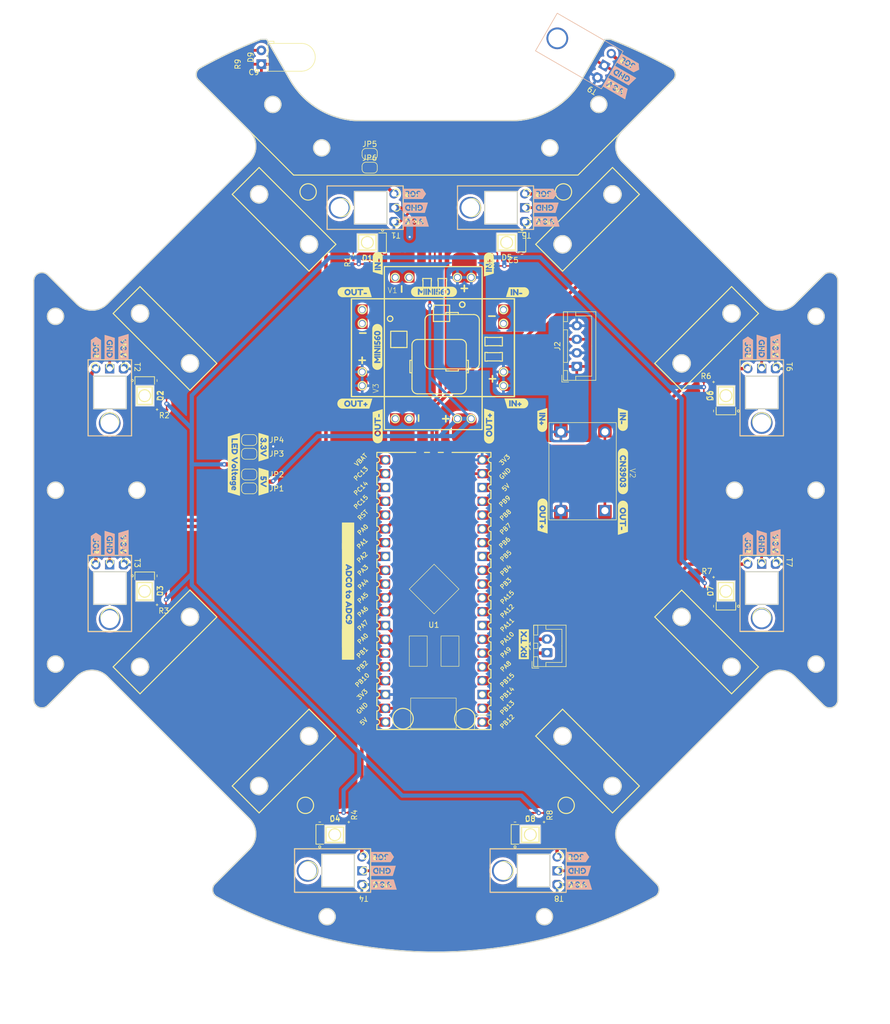
<source format=kicad_pcb>
(kicad_pcb (version 20221018) (generator pcbnew)
  (layers (0 "F.Cu" signal) (31 "B.Cu" signal) (34 "B.Paste" user) (35 "F.Paste" user) (36 "B.SilkS" user "B.Silkscreen") (37 "F.SilkS" user "F.Silkscreen") (38 "B.Mask" user) (39 "F.Mask" user) (44 "Edge.Cuts" user))
  (net 0 "")
  (net 1 "+3.3V")
  (net 2 "GND")
  (net 3 "Net-(D1-A)")
  (net 4 "Net-(D2-A)")
  (net 5 "Net-(D3-A)")
  (net 6 "Net-(D4-A)")
  (net 7 "Net-(D5-A)")
  (net 8 "Net-(D6-A)")
  (net 9 "Net-(D7-A)")
  (net 10 "Net-(D8-A)")
  (net 11 "Net-(D9-A)")
  (net 12 "PICO_RX")
  (net 13 "PICO_TX")
  (net 14 "+12V")
  (net 15 "V_LED")
  (net 16 "+5V")
  (net 17 "TEMT1")
  (net 18 "TEMT2")
  (net 19 "TEMT3")
  (net 20 "TEMT4")
  (net 21 "TEMT5")
  (net 22 "TEMT6")
  (net 23 "TEMT7")
  (net 24 "TEMT8")
  (net 25 "TEMT_BALLCAP")
  (net 49 "Net-(JP5-A)")
  (footprint "components:CN3903" (layer "F.Cu") (at 121.1422 89.262042 -90)
    (fp_text reference "V2")
    (fp_text value "CN3903")
  )
  (footprint "Resistor_SMD:R_0201_0603Metric_Pad0.64x0.40mm_HandSolder" (layer "F.Cu") (at 139.9032 115.9764)
    (fp_text reference "R7")
    (fp_text value "R")
  )
  (footprint "Resistor_SMD:R_0201_0603Metric_Pad0.64x0.40mm_HandSolder" (layer "F.Cu") (at 139.7497 80.0608)
    (fp_text reference "R6")
    (fp_text value "R")
  )
  (footprint "components:MINI560" (layer "F.Cu") (at 82.523727 86.840857 90)
    (fp_text reference "V3")
    (fp_text value "MINI560 5V")
  )
  (footprint "components:TEMT6000" (layer "F.Cu") (at 32.512 77.663642 -90)
    (fp_text reference "T2")
    (fp_text value "TEMT6000")
  )
  (footprint "Resistor_SMD:R_0201_0603Metric_Pad0.64x0.40mm_HandSolder" (layer "F.Cu") (at 39.9288 121.158 180)
    (fp_text reference "R3")
    (fp_text value "R")
  )
  (footprint "Jumper:SolderJumper-2_P1.3mm_Open_RoundedPad1.0x1.5mm" (layer "F.Cu") (at 55.6545 99.655)
    (fp_text reference "JP1")
    (fp_text value "SolderJumper_2_Open")
  )
  (footprint "kibuzzard-659448C0" (layer "F.Cu") (at 52.832 95.25 -90)
    (fp_text reference "kibuzzard-659448C0" hide)
    (fp_text value "G***" hide)
  )
  (footprint "Jumper:SolderJumper-2_P1.3mm_Bridged2Bar_RoundedPad1.0x1.5mm" (layer "F.Cu") (at 77.836 40.64)
    (fp_text reference "JP6")
    (fp_text value "SolderJumper_2_Bridged")
  )
  (footprint "components:STM32FE411CEU6_Pico_SMD_TH" (layer "F.Cu") (at 91.9768 113.3684 180)
    (fp_text reference "U1")
    (fp_text value "STM32F411CEU6 BlackPill Pico")
  )
  (footprint "components:LED-6028" (layer "F.Cu") (at 68.8445 163.333)
    (fp_text reference "D4")
    (fp_text value "LED")
    (fp_line (start 0.695 -1.7) (end 0.695 1.7) (stroke (width 0.15)) (layer "Edge.Cuts"))
    (fp_line (start 4.495 -1.7) (end 0.695 -1.7) (stroke (width 0.15)) (layer "Edge.Cuts"))
    (fp_line (start 4.495 -1.7) (end 4.495 1.7) (stroke (width 0.15)) (layer "Edge.Cuts"))
    (fp_line (start 4.495 1.7) (end 0.695 1.7) (stroke (width 0.15)) (layer "Edge.Cuts"))
  )
  (footprint "Resistor_SMD:R_0201_0603Metric_Pad0.64x0.40mm_HandSolder" (layer "F.Cu") (at 109.9312 159.8168 -90)
    (fp_text reference "R8")
    (fp_text value "R")
  )
  (footprint "Connector_JST:JST_XH_B2B-XH-A_1x02_P2.50mm_Vertical" (layer "F.Cu") (at 110.473 129.901 90)
    (fp_text reference "J1")
    (fp_text value "JST_XH_01x02")
  )
  (footprint "Capacitor_SMD:C_0201_0603Metric_Pad0.64x0.40mm_HandSolder" (layer "F.Cu") (at 139.4968 118.5672 -90)
    (fp_text reference "C7")
    (fp_text value "100nF")
  )
  (footprint "components:TEMT6000" (layer "F.Cu") (at 32.512 113.731642 -90)
    (fp_text reference "T3")
    (fp_text value "TEMT6000")
  )
  (footprint "components:TEMT6000" (layer "F.Cu") (at 76.387358 172.593 180)
    (fp_text reference "T4")
    (fp_text value "TEMT6000")
  )
  (footprint "Capacitor_SMD:C_0201_0603Metric_Pad0.64x0.40mm_HandSolder" (layer "F.Cu") (at 139.3444 82.6008 -90)
    (fp_text reference "C6")
    (fp_text value "100nF")
  )
  (footprint "components:TEMT6000" (layer "F.Cu") (at 152.527 113.604642 -90)
    (fp_text reference "T7")
    (fp_text value "TEMT6000")
  )
  (footprint "Jumper:SolderJumper-2_P1.3mm_Open_RoundedPad1.0x1.5mm" (layer "F.Cu") (at 77.836 38.1)
    (fp_text reference "JP5")
    (fp_text value "SolderJumper_2_Open")
  )
  (footprint "Capacitor_SMD:C_0201_0603Metric_Pad0.64x0.40mm_HandSolder" (layer "F.Cu") (at 104.267 58.7248)
    (fp_text reference "C5")
    (fp_text value "100nF")
  )
  (footprint "Connector_JST:JST_XH_B4B-XH-A_1x04_P2.50mm_Vertical" (layer "F.Cu") (at 115.951 77.223 90)
    (fp_text reference "J2")
    (fp_text value "JST_XH_01x04")
  )
  (footprint "Capacitor_SMD:C_0201_0603Metric_Pad0.64x0.40mm_HandSolder" (layer "F.Cu") (at 107.3923 159.4104 180)
    (fp_text reference "C8")
    (fp_text value "100nF")
  )
  (footprint "components:TEMT6000" (layer "F.Cu") (at 112.328358 172.593 180)
    (fp_text reference "T8")
    (fp_text value "TEMT6000")
  )
  (footprint "components:LED-6028" (layer "F.Cu") (at 36.438 115.9615 -90)
    (fp_text reference "D3")
    (fp_text value "LED")
    (fp_line (start 0.695 -1.7) (end 0.695 1.7) (stroke (width 0.15)) (layer "Edge.Cuts"))
    (fp_line (start 4.495 -1.7) (end 0.695 -1.7) (stroke (width 0.15)) (layer "Edge.Cuts"))
    (fp_line (start 4.495 -1.7) (end 4.495 1.7) (stroke (width 0.15)) (layer "Edge.Cuts"))
    (fp_line (start 4.495 1.7) (end 0.695 1.7) (stroke (width 0.15)) (layer "Edge.Cuts"))
  )
  (footprint "components:MINI560" (layer "F.Cu") (at 76.454 66.772)
    (fp_text reference "V1")
    (fp_text value "MINI560 3.3V")
  )
  (footprint "components:TEMT6000" (layer "F.Cu") (at 106.359358 50.546 180)
    (fp_text reference "T5")
    (fp_text value "TEMT6000")
  )
  (footprint "Capacitor_SMD:C_0201_0603Metric_Pad0.64x0.40mm_HandSolder" (layer "F.Cu") (at 40.3352 118.5164 90)
    (fp_text reference "C3")
    (fp_text value locked "100nF")
  )
  (footprint "components:LED-6028" (layer "F.Cu") (at 79.9995 54.472 180)
    (fp_text reference "D1")
    (fp_text value "LED")
    (fp_line (start 0.695 -1.7) (end 0.695 1.7) (stroke (width 0.15)) (layer "Edge.Cuts"))
    (fp_line (start 4.495 -1.7) (end 0.695 -1.7) (stroke (width 0.15)) (layer "Edge.Cuts"))
    (fp_line (start 4.495 -1.7) (end 4.495 1.7) (stroke (width 0.15)) (layer "Edge.Cuts"))
    (fp_line (start 4.495 1.7) (end 0.695 1.7) (stroke (width 0.15)) (layer "Edge.Cuts"))
  )
  (footprint "components:TEMT6000" (layer "F.Cu") (at 82.296 50.546 180)
    (fp_text reference "T1")
    (fp_text value "TEMT6000")
  )
  (footprint "Jumper:SolderJumper-2_P1.3mm_Bridged2Bar_RoundedPad1.0x1.5mm" (layer "F.Cu") (at 55.6545 93.305)
    (fp_text reference "JP3")
    (fp_text value "SolderJumper_2_Bridged")
  )
  (footprint "Resistor_SMD:R_0201_0603Metric_Pad0.64x0.40mm_HandSolder" (layer "F.Cu") (at 40.0304 85.1916 180)
    (fp_text reference "R2")
    (fp_text value "R")
  )
  (footprint "Capacitor_SMD:C_0201_0603Metric_Pad0.64x0.40mm_HandSolder" (layer "F.Cu") (at 77.3673 58.3692)
    (fp_text reference "C1")
    (fp_text value "100nF")
  )
  (footprint "Resistor_SMD:R_0201_0603Metric_Pad0.64x0.40mm_HandSolder" (layer "F.Cu") (at 101.346 58.3184 90)
    (fp_text reference "R5")
    (fp_text value "R")
  )
  (footprint "components:TEMT6000" (layer "F.Cu") (at 152.527 77.63 -90)
    (fp_text reference "T6")
    (fp_text value "TEMT6000")
  )
  (footprint "components:TEMT6000" (layer "F.Cu") (at 119.761 24.037331 150)
    (fp_text reference "T9")
    (fp_text value "TEMT6000")
  )
  (footprint "kibuzzard-65944839" (layer "F.Cu") (at 58.293 92.075 -90)
    (fp_text reference "kibuzzard-65944839" hide)
    (fp_text value "G***" hide)
  )
  (footprint "Capacitor_SMD:C_0201_0603Metric_Pad0.64x0.40mm_HandSolder" (layer "F.Cu") (at 71.4259 159.3596 180)
    (fp_text reference "C4")
    (fp_text value "100nF")
  )
  (footprint "kibuzzard-6594489E" (layer "F.Cu") (at 58.293 98.425 -90)
    (fp_text reference "kibuzzard-6594489E" hide)
    (fp_text value "G***" hide)
  )
  (footprint "Resistor_SMD:R_0201_0603Metric_Pad0.64x0.40mm_HandSolder" (layer "F.Cu") (at 54.61 21.59 90)
    (fp_text reference "R9")
    (fp_text value "R")
  )
  (footprint "Capacitor_SMD:C_0201_0603Metric_Pad0.64x0.40mm_HandSolder" (layer "F.Cu") (at 40.4368 82.6008 90)
    (fp_text reference "C2")
    (fp_text value "100nF")
  )
  (footprint "Capacitor_SMD:C_0201_0603Metric_Pad0.64x0.40mm_HandSolder" (layer "F.Cu") (at 56.515 24.13)
    (fp_text reference "C9")
    (fp_text value "100nF")
  )
  (footprint "components:LED-6028" (layer "F.Cu") (at 143.383 85.217 90)
    (fp_text reference "D6")
    (fp_text value "LED")
    (fp_line (start 0.695 -1.7) (end 0.695 1.7) (stroke (width 0.15)) (layer "Edge.Cuts"))
    (fp_line (start 4.495 -1.7) (end 0.695 -1.7) (stroke (width 0.15)) (layer "Edge.Cuts"))
    (fp_line (start 4.495 -1.7) (end 4.495 1.7) (stroke (width 0.15)) (layer "Edge.Cuts"))
    (fp_line (start 4.495 1.7) (end 0.695 1.7) (stroke (width 0.15)) (layer "Edge.Cuts"))
  )
  (footprint "Jumper:SolderJumper-2_P1.3mm_Bridged2Bar_RoundedPad1.0x1.5mm" (layer "F.Cu") (at 55.6545 90.765)
    (fp_text reference "JP4")
    (fp_text value "SolderJumper_2_Bridged")
  )
  (footprint "Resistor_SMD:R_0201_0603Metric_Pad0.64x0.40mm_HandSolder" (layer "F.Cu") (at 74.8284 57.9639 90)
    (fp_text reference "R1")
    (fp_text value "R")
  )
  (footprint "LED_THT:LED_D5.0mm_Horizontal_O1.27mm_Z3.0mm" (layer "F.Cu") (at 57.882 21.595 90)
    (fp_text reference "D9")
    (fp_text value "IR_LED")
  )
  (footprint "components:LED-6028" (layer "F.Cu") (at 36.438 80.0205 -90)
    (fp_text reference "D2")
    (fp_text value "LED")
    (fp_line (start 0.695 -1.7) (end 0.695 1.7) (stroke (width 0.15)) (layer "Edge.Cuts"))
    (fp_line (start 4.495 -1.7) (end 0.695 -1.7) (stroke (width 0.15)) (layer "Edge.Cuts"))
    (fp_line (start 4.495 -1.7) (end 4.495 1.7) (stroke (width 0.15)) (layer "Edge.Cuts"))
    (fp_line (start 4.495 1.7) (end 0.695 1.7) (stroke (width 0.15)) (layer "Edge.Cuts"))
  )
  (footprint "components:LED-6028" (layer "F.Cu") (at 104.7855 163.333)
    (fp_text reference "D8")
    (fp_text value "LED")
    (fp_line (start 0.695 -1.7) (end 0.695 1.7) (stroke (width 0.15)) (layer "Edge.Cuts"))
    (fp_line (start 4.495 -1.7) (end 0.695 -1.7) (stroke (width 0.15)) (layer "Edge.Cuts"))
    (fp_line (start 4.495 -1.7) (end 4.495 1.7) (stroke (width 0.15)) (layer "Edge.Cuts"))
    (fp_line (start 4.495 1.7) (end 0.695 1.7) (stroke (width 0.15)) (layer "Edge.Cuts"))
  )
  (footprint "components:LED-6028" (layer "F.Cu") (at 143.394 121.1475 90)
    (fp_text reference "D7")
    (fp_text value "LED")
    (fp_line (start 0.695 -1.7) (end 0.695 1.7) (stroke (width 0.15)) (layer "Edge.Cuts"))
    (fp_line (start 4.495 -1.7) (end 0.695 -1.7) (stroke (width 0.15)) (layer "Edge.Cuts"))
    (fp_line (start 4.495 -1.7) (end 4.495 1.7) (stroke (width 0.15)) (layer "Edge.Cuts"))
    (fp_line (start 4.495 1.7) (end 0.695 1.7) (stroke (width 0.15)) (layer "Edge.Cuts"))
  )
  (footprint "components:LED-6028" (layer "F.Cu") (at 105.664 54.356 180)
    (fp_text reference "D5")
    (fp_text value "LED")
    (fp_line (start 0.695 -1.7) (end 0.695 1.7) (stroke (width 0.15)) (layer "Edge.Cuts"))
    (fp_line (start 4.495 -1.7) (end 0.695 -1.7) (stroke (width 0.15)) (layer "Edge.Cuts"))
    (fp_line (start 4.495 -1.7) (end 4.495 1.7) (stroke (width 0.15)) (layer "Edge.Cuts"))
    (fp_line (start 4.495 1.7) (end 0.695 1.7) (stroke (width 0.15)) (layer "Edge.Cuts"))
  )
  (footprint "Jumper:SolderJumper-2_P1.3mm_Open_RoundedPad1.0x1.5mm" (layer "F.Cu") (at 55.6545 97.115)
    (fp_text reference "JP2")
    (fp_text value "SolderJumper_2_Open")
  )
  (footprint "Resistor_SMD:R_0201_0603Metric_Pad0.64x0.40mm_HandSolder" (layer "F.Cu") (at 73.9648 159.766 -90)
    (fp_text reference "R4")
    (fp_text value "R")
  )
  (gr_line (start 63.169873 24.5) (end 58.839746 17) (stroke (width 0.2)) (layer "F.SilkS"))
  (gr_line (start 111 173) (end 105 173) (stroke (width 0.2)) (layer "F.SilkS"))
  (gr_line (start 101.448 55.8) (end 101.448 53) (stroke (width 0.2)) (layer "F.SilkS"))
  (gr_circle (center 98.55 122.36) (end 99.05 122.36) (stroke (width 0.2)) (fill none) (layer "F.SilkS"))
  (gr_circle (center 82.75 50.75) (end 83.4 50.75) (stroke (width 0.2)) (fill none) (layer "F.SilkS"))
  (gr_arc (start 164 138.558875) (mid 163.074029 139.944718) (end 161.43934 139.619535) (stroke (width 0.2)) (layer "F.SilkS"))
  (gr_circle (center 80.75 119.82) (end 81.25 119.82) (stroke (width 0.2)) (fill none) (layer "F.SilkS"))
  (gr_circle (center 152.75 113.25) (end 153.4 113.25) (stroke (width 0.2)) (fill none) (layer "F.SilkS"))
  (gr_circle (center 98.55 96.96) (end 99.05 96.96) (stroke (width 0.2)) (fill none) (layer "F.SilkS"))
  (gr_line (start 127.476659 154.447222) (end 122.526912 159.39697) (stroke (width 0.2)) (layer "F.SilkS"))
  (gr_circle (center 98.55 114.74) (end 99.05 114.74) (stroke (width 0.2)) (fill none) (layer "F.SilkS"))
  (gr_circle (center 30 123.4) (end 31.65 123.4) (stroke (width 0.2)) (fill none) (layer "F.SilkS"))
  (gr_arc (start 79.15 93.92) (mid 79.65 94.42) (end 79.15 94.92) (stroke (width 0.2)) (layer "F.SilkS"))
  (gr_line (start 122.526912 40.60303) (end 127.476659 45.552778) (stroke (width 0.2)) (layer "F.SilkS"))
  (gr_arc (start 79.15 109.16) (mid 79.65 109.66) (end 79.15 110.16) (stroke (width 0.2)) (layer "F.SilkS"))
  (gr_line (start 100.15 100) (end 100.15 101.54) (stroke (width 0.2)) (layer "F.SilkS"))
  (gr_line (start 79.15 142.18) (end 79.15 140.64) (stroke (width 0.2)) (layer "F.SilkS"))
  (gr_circle (center 98.55 117.28) (end 99.05 117.28) (stroke (width 0.2)) (fill none) (layer "F.SilkS"))
  (gr_line (start 146 126) (end 154 126) (stroke (width 0.2)) (layer "F.SilkS"))
  (gr_curve (pts (xy 46.410953 24.591148) (xy 46.261651 24.441846) (xy 46.103362 24.283557) (xy 46.002181 24.049829)) (stroke (width 0.2)) (layer "F.SilkS"))
  (gr_arc (start 124.294679 166.114484) (mid 123.123109 163.286058) (end 124.294679 160.45763) (stroke (width 0.2)) (layer "F.SilkS"))
  (gr_circle (center 71.4 163.4) (end 72.5 163.4) (stroke (width 0.2)) (fill none) (layer "F.SilkS"))
  (gr_line (start 35 120.2) (end 35 117) (stroke (width 0.2)) (layer "F.SilkS"))
  (gr_arc (start 100.15 127.94) (mid 99.65 127.44) (end 100.15 126.94) (stroke (width 0.2)) (layer "F.SilkS"))
  (gr_arc (start 100.15 138.1) (mid 99.65 137.6) (end 100.15 137.1) (stroke (width 0.2)) (layer "F.SilkS"))
  (gr_line (start 75 167) (end 75 173) (stroke (width 0.2)) (layer "F.SilkS"))
  (gr_curve (pts (xy 45.900429 23.579729) (xy 45.894225 23.388905) (xy 45.924994 23.189619) (xy 45.989429 23.009539)) (stroke (width 0.2)) (layer "F.SilkS"))
  (gr_line (start 37.8 84.2) (end 35 84.2) (stroke (width 0.2)) (layer "F.SilkS"))
  (gr_line (start 146 76) (end 146 90) (stroke (width 0.2)) (layer "F.SilkS"))
  (gr_line (start 154 126) (end 154 112) (stroke (width 0.2)) (layer "F.SilkS"))
  (gr_line (start 103.839746 32) (end 76.160254 32) (stroke (width 0.2)) (layer "F.SilkS"))
  (gr_arc (start 156.114484 65.705321) (mid 153.286057 66.876894) (end 150.45763 65.705321) (stroke (width 0.2)) (layer "F.SilkS"))
  (gr_circle (center 135.254834 123.334524) (end 136.854834 123.334524) (stroke (width 0.2)) (fill none) (layer "F.SilkS"))
  (gr_line (start 37.8 120.2) (end 35 120.2) (stroke (width 0.2)) (layer "F.SilkS"))
  (gr_circle (center 135.254834 76.665476) (end 136.854834 76.665476) (stroke (width 0.2)) (fill none) (layer "F.SilkS"))
  (gr_curve (pts (xy 133.969176 24.111124) (xy 133.868282 24.311913) (xy 133.725459 24.454736) (xy 133.589047 24.591148)) (stroke (width 0.2)) (layer "F.SilkS"))
  (gr_line (start 79 53) (end 79 55.8) (stroke (width 0.2)) (layer "F.SilkS"))
  (gr_circle (center 57.473088 45.552778) (end 59.073088 45.552778) (stroke (width 0.2)) (fill none) (layer "F.SilkS"))
  (gr_line (start 33 79) (end 33 85) (stroke (width 0.2)) (layer "F.SilkS"))
  (gr_circle (center 98.55 112.2) (end 99.05 112.2) (stroke (width 0.2)) (fill none) (layer "F.SilkS"))
  (gr_circle (center 82.75 45.25) (end 83.4 45.25) (stroke (width 0.2)) (fill none) (layer "F.SilkS"))
  (gr_line (start 69 167) (end 75 167) (stroke (width 0.2)) (layer "F.SilkS"))
  (gr_circle (center 102.5 80.75) (end 103.25 80.75) (stroke (width 0.2)) (fill none) (layer "F.SilkS"))
  (gr_line (start 100 174) (end 114 174) (stroke (width 0.2)) (layer "F.SilkS"))
  (gr_line (start 37.8 117) (end 37.8 120.2) (stroke (width 0.2)) (layer "F.SilkS"))
  (gr_line (start 105 51) (end 99 51) (stroke (width 0.2)) (layer "F.SilkS"))
  (gr_circle (center 30 87.4) (end 31.65 87.4) (stroke (width 0.2)) (fill none) (layer "F.SilkS"))
  (gr_arc (start 100.15 97.46) (mid 99.65 96.96) (end 100.15 96.46) (stroke (width 0.2)) (layer "F.SilkS"))
  (gr_circle (center 111 37) (end 112.5 37) (stroke (width 0.2)) (fill none) (layer "F.SilkS"))
  (gr_line (start 100.15 102.54) (end 100.15 104.08) (stroke (width 0.2)) (layer "F.SilkS"))
  (gr_arc (start 55.705321 33.885516) (mid 56.876891 36.713942) (end 55.705321 39.54237) (stroke (width 0.2)) (layer "F.SilkS"))
  (gr_circle (center 80.75 117.28) (end 81.25 117.28) (stroke (width 0.2)) (fill none) (layer "F.SilkS"))
  (gr_line (start 100.15 138.1) (end 100.15 139.64) (stroke (width 0.2)) (layer "F.SilkS"))
  (gr_circle (center 106.75 48) (end 107.4 48) (stroke (width 0.2)) (fill none) (layer "F.SilkS"))
  (gr_arc (start 79.15 142.18) (mid 79.65 142.68) (end 79.15 143.18) (stroke (width 0.2)) (layer "F.SilkS"))
  (gr_line (start 154 76) (end 146 76) (stroke (width 0.2)) (layer "F.SilkS"))
  (gr_line (start 101.448 53) (end 104.648 53) (stroke (width 0.2)) (layer "F.SilkS"))
  (gr_line (start 100.15 120.32) (end 100.15 121.86) (stroke (width 0.2)) (layer "F.SilkS"))
  (gr_line (start 79.15 101.54) (end 79.15 100) (stroke (width 0.2)) (layer "F.SilkS"))
  (gr_line (start 121.160254 17) (end 122.124757 17) (stroke (width 0.2)) (layer "F.SilkS"))
  (gr_line (start 79.15 134.56) (end 79.15 133.02) (stroke (width 0.2)) (layer "F.SilkS"))
  (gr_arc (start 79.15 111.7) (mid 79.65 112.2) (end 79.15 112.7) (stroke (width 0.2)) (layer "F.SilkS"))
  (gr_circle (center 72.6 48) (end 74.25 48) (stroke (width 0.2)) (fill none) (layer "F.SilkS"))
  (gr_circle (center 77.4 54.4) (end 78.5 54.4) (stroke (width 0.2)) (fill none) (layer "F.SilkS"))
  (gr_line (start 164 138.558875) (end 164 61.441125) (stroke (width 0.2)) (layer "F.SilkS"))
  (gr_arc (start 116.830127 24.5) (mid 111.339746 29.99038) (end 103.839746 32) (stroke (width 0.2)) (layer "F.SilkS"))
  (gr_circle (center 98.55 142.68) (end 99.05 142.68) (stroke (width 0.2)) (fill none) (layer "F.SilkS"))
  (gr_line (start 153 85) (end 147 85) (stroke (width 0.2)) (layer "F.SilkS"))
  (gr_line (start 161.43934 60.380465) (end 156.114484 65.705321) (stroke (width 0.2)) (layer "F.SilkS"))
  (gr_arc (start 161.43934 60.380465) (mid 163.074022 60.055299) (end 164 61.441125) (stroke (width 0.2)) (layer "F.SilkS"))
  (gr_circle (center 66.5 45.1) (end 68 45.1) (stroke (width 0.2)) (fill none) (layer "F.SilkS"))
  (gr_circle (center 80.75 94.42) (end 81.25 94.42) (stroke (width 0.2)) (fill none) (layer "F.SilkS"))
  (gr_line (start 144.8 120.2) (end 142 120.2) (stroke (width 0.2)) (layer "F.SilkS"))
  (gr_line (start 64 174) (end 78 174) (stroke (width 0.2)) (layer "F.SilkS"))
  (gr_line (start 133.589047 24.591148) (end 116.180195 42) (stroke (width 0.2)) (layer "F.SilkS"))
  (gr_line (start 49.694913 76.665476) (end 44.745166 81.615224) (stroke (width 0.2)) (layer "F.SilkS"))
  (gr_circle (center 96.6 48) (end 98.25 48) (stroke (width 0.2)) (fill none) (layer "F.SilkS"))
  (gr_arc (start 18.56066 139.619535) (mid 16.925974 139.944693) (end 16 138.558875) (stroke (width 0.2)) (layer "F.SilkS"))
  (gr_line (start 100.15 97.46) (end 100.15 99) (stroke (width 0.2)) (layer "F.SilkS"))
  (gr_line (start 70 52) (end 84 52) (stroke (width 0.2)) (layer "F.SilkS"))
  (gr_line (start 74.5 82.75) (end 74.5 64.75) (stroke (width 0.2)) (layer "F.SilkS"))
  (gr_line (start 79.15 111.7) (end 79.15 110.16) (stroke (width 0.2)) (layer "F.SilkS"))
  (gr_line (start 73 162) (end 73 164.8) (stroke (width 0.2)) (layer "F.SilkS"))
  (gr_arc (start 79.15 101.54) (mid 79.65 102.04) (end 79.15 102.54) (stroke (width 0.2)) (layer "F.SilkS"))
  (gr_circle (center 20 132) (end 21.5 132) (stroke (width 0.2)) (fill none) (layer "F.SilkS"))
  (gr_line (start 100.15 143.18) (end 100.15 144.05) (stroke (width 0.2)) (layer "F.SilkS"))
  (gr_arc (start 124.294679 39.54237) (mid 123.123105 36.713942) (end 124.294679 33.885516) (stroke (width 0.2)) (layer "F.SilkS"))
  (gr_line (start 154 112) (end 146 112) (stroke (width 0.2)) (layer "F.SilkS"))
  (gr_circle (center 98.55 104.58) (end 99.05 104.58) (stroke (width 0.2)) (fill none) (layer "F.SilkS"))
  (gr_line (start 124.294679 160.45763) (end 150.45763 134.294679) (stroke (width 0.2)) (layer "F.SilkS"))
  (gr_circle (center 44.745166 123.334524) (end 46.345166 123.334524) (stroke (width 0.2)) (fill none) (layer "F.SilkS"))
  (gr_line (start 26 76) (end 26 90) (stroke (width 0.2)) (layer "F.SilkS"))
  (gr_circle (center 80.75 140.14) (end 81.25 140.14) (stroke (width 0.2)) (fill none) (layer "F.SilkS"))
  (gr_circle (center 160 100) (end 161.5 100) (stroke (width 0.2)) (fill none) (layer "F.SilkS"))
  (gr_circle (center 80.75 102.04) (end 81.25 102.04) (stroke (width 0.2)) (fill none) (layer "F.SilkS"))
  (gr_line (start 78 166) (end 64 166) (stroke (width 0.2)) (layer "F.SilkS"))
  (gr_line (start 105 173) (end 105 167) (stroke (width 0.2)) (layer "F.SilkS"))
  (gr_line (start 79.15 93.05) (end 86.31 93.05) (stroke (width 0.2)) (layer "F.SilkS"))
  (gr_line (start 79.15 119.32) (end 79.15 117.78) (stroke (width 0.2)) (layer "F.SilkS"))
  (gr_arc (start 79.15 124.4) (mid 79.65 124.9) (end 79.15 125.4) (stroke (width 0.2)) (layer "F.SilkS"))
  (gr_curve (pts (xy 133.257445 22.219582) (xy 133.441845 22.322136) (xy 133.637221 22.431645) (xy 133.798647 22.629296)) (stroke (width 0.2)) (layer "F.SilkS"))
  (gr_circle (center 150 77.25) (end 150.65 77.25) (stroke (width 0.2)) (fill none) (layer "F.SilkS"))
  (gr_circle (center 112.75 172.75) (end 113.4 172.75) (stroke (width 0.2)) (fill none) (layer "F.SilkS"))
  (gr_line (start 100.15 130.48) (end 100.15 132.02) (stroke (width 0.2)) (layer "F.SilkS"))
  (gr_arc (start 46.742555 22.219582) (mid 52.218653 19.417307) (end 57.875243 17) (stroke (width 0.2)) (layer "F.SilkS"))
  (gr_curve (pts (xy 133.798647 22.629296) (xy 133.896625 22.749262) (xy 133.973497 22.890616) (xy 134.026714 23.057245)) (stroke (width 0.2)) (layer "F.SilkS"))
  (gr_circle (center 143.4 82.6) (end 144.5 82.6) (stroke (width 0.2)) (fill none) (layer "F.SilkS"))
  (gr_arc (start 100.15 100) (mid 99.65 99.5) (end 100.15 99) (stroke (width 0.2)) (layer "F.SilkS"))
  (gr_line (start 79.15 114.24) (end 79.15 112.7) (stroke (width 0.2)) (layer "F.SilkS"))
  (gr_curve (pts (xy 45.900429 23.579729) (xy 45.894225 23.388905) (xy 45.924994 23.189619) (xy 45.989429 23.009539)) (stroke (width 0.2)) (layer "F.SilkS"))
  (gr_circle (center 80.75 109.66) (end 81.25 109.66) (stroke (width 0.2)) (fill none) (layer "F.SilkS"))
  (gr_line (start 127.476659 45.552778) (end 113.334524 59.694913) (stroke (width 0.2)) (layer "F.SilkS"))
  (gr_curve (pts (xy 46.244074 22.579821) (xy 46.396535 22.41272) (xy 46.573538 22.31358) (xy 46.742555 22.219582)) (stroke (width 0.2)) (layer "F.SilkS"))
  (gr_arc (start 79.15 114.24) (mid 79.65 114.74) (end 79.15 115.24) (stroke (width 0.2)) (layer "F.SilkS"))
  (gr_line (start 79.15 116.78) (end 79.15 115.24) (stroke (width 0.2)) (layer "F.SilkS"))
  (gr_circle (center 27.25 113.25) (end 27.9 113.25) (stroke (width 0.2)) (fill none) (layer "F.SilkS"))
  (gr_line (start 79.15 99) (end 79.15 97.46) (stroke (width 0.2)) (layer "F.SilkS"))
  (gr_line (start 100.15 133.02) (end 100.15 134.56) (stroke (width 0.2)) (layer "F.SilkS"))
  (gr_line (start 79.15 129.48) (end 79.15 127.94) (stroke (width 0.2)) (layer "F.SilkS"))
  (gr_line (start 70 44) (end 70 52) (stroke (width 0.2)) (layer "F.SilkS"))
  (gr_line (start 81 51) (end 75 51) (stroke (width 0.2)) (layer "F.SilkS"))
  (gr_circle (center 76.5 78.21) (end 77.25 78.21) (stroke (width 0.2)) (fill none) (layer "F.SilkS"))
  (gr_circle (center 98.55 124.9) (end 99.05 124.9) (stroke (width 0.2)) (fill none) (layer "F.SilkS"))
  (gr_line (start 147 85) (end 147 79) (stroke (width 0.2)) (layer "F.SilkS"))
  (gr_line (start 100.15 117.78) (end 100.15 119.32) (stroke (width 0.2)) (layer "F.SilkS"))
  (gr_line (start 122.526912 159.39697) (end 108.384776 145.254834) (stroke (width 0.2)) (layer "F.SilkS"))
  (gr_line (start 55.705321 39.54237) (end 29.54237 65.705321) (stroke (width 0.2)) (layer "F.SilkS"))
  (gr_line (start 122.124757 17) (end 121.160254 17) (stroke (width 0.2)) (layer "F.SilkS"))
  (gr_circle (center 98.55 132.52) (end 99.05 132.52) (stroke (width 0.2)) (fill none) (layer "F.SilkS"))
  (gr_line (start 37.8 81) (end 37.8 84.2) (stroke (width 0.2)) (layer "F.SilkS"))
  (gr_curve (pts (xy 134.026714 23.057245) (xy 134.085105 23.240074) (xy 134.110211 23.441409) (xy 134.096839 23.633307)) (stroke (width 0.2)) (layer "F.SilkS"))
  (gr_line (start 144.8 84.2) (end 142 84.2) (stroke (width 0.2)) (layer "F.SilkS"))
  (gr_line (start 104.648 53) (end 104.648 55.8) (stroke (width 0.2)) (layer "F.SilkS"))
  (gr_line (start 66.665476 59.694913) (end 52.523341 45.552778) (stroke (width 0.2)) (layer "F.SilkS"))
  (gr_circle (center 35 100) (end 36.5 100) (stroke (width 0.2)) (fill none) (layer "F.SilkS"))
  (gr_curve (pts (xy 133.257445 22.219582) (xy 133.441845 22.322136) (xy 133.637221 22.431645) (xy 133.798647 22.629296)) (stroke (width 0.2)) (layer "F.SilkS"))
  (gr_line (start 94 44) (end 94 52) (stroke (width 0.2)) (layer "F.SilkS"))
  (gr_line (start 147 121) (end 147 115) (stroke (width 0.2)) (layer "F.SilkS"))
  (gr_arc (start 79.15 134.56) (mid 79.65 135.06) (end 79.15 135.56) (stroke (width 0.2)) (layer "F.SilkS"))
  (gr_line (start 81 45) (end 81 51) (stroke (width 0.2)) (layer "F.SilkS"))
  (gr_circle (center 80.75 96.96) (end 81.25 96.96) (stroke (width 0.2)) (fill none) (layer "F.SilkS"))
  (gr_line (start 26 90) (end 34 90) (stroke (width 0.2)) (layer "F.SilkS"))
  (gr_circle (center 80.75 112.2) (end 81.25 112.2) (stroke (width 0.2)) (fill none) (layer "F.SilkS"))
  (gr_circle (center 20 68) (end 21.5 68) (stroke (width 0.2)) (fill none) (layer "F.SilkS"))
  (gr_circle (center 113.5 45.1) (end 115 45.1) (stroke (width 0.2)) (fill none) (layer "F.SilkS"))
  (gr_line (start 55.705321 166.114484) (end 49.357935 172.46187) (stroke (width 0.2)) (layer "F.SilkS"))
  (gr_line (start 27 121) (end 27 115) (stroke (width 0.2)) (layer "F.SilkS"))
  (gr_circle (center 80.75 114.74) (end 81.25 114.74) (stroke (width 0.2)) (fill none) (layer "F.SilkS"))
  (gr_line (start 100.15 112.7) (end 100.15 114.24) (stroke (width 0.2)) (layer "F.SilkS"))
  (gr_circle (center 106.75 45.25) (end 107.4 45.25) (stroke (width 0.2)) (fill none) (layer "F.SilkS"))
  (gr_line (start 130.305087 76.665476) (end 144.447222 62.523341) (stroke (width 0.2)) (layer "F.SilkS"))
  (gr_line (start 135.254834 118.384776) (end 149.39697 132.526912) (stroke (width 0.2)) (layer "F.SilkS"))
  (gr_circle (center 80.75 124.9) (end 81.25 124.9) (stroke (width 0.2)) (fill none) (layer "F.SilkS"))
  (gr_circle (center 80.75 135.06) (end 81.25 135.06) (stroke (width 0.2)) (fill none) (layer "F.SilkS"))
  (gr_circle (center 66.6 170) (end 68.25 170) (stroke (width 0.2)) (fill none) (layer "F.SilkS"))
  (gr_line (start 35 84.2) (end 35 81) (stroke (width 0.2)) (layer "F.SilkS"))
  (gr_arc (start 79.15 137.1) (mid 79.65 137.6) (end 79.15 138.1) (stroke (width 0.2)) (layer "F.SilkS"))
  (gr_arc (start 100.15 112.7) (mid 99.65 112.2) (end 100.15 111.7) (stroke (width 0.2)) (layer "F.SilkS"))
  (gr_line (start 153 121) (end 147 121) (stroke (width 0.2)) (layer "F.SilkS"))
  (gr_line (start 30.60303 132.526912) (end 44.745166 118.384776) (stroke (width 0.2)) (layer "F.SilkS"))
  (gr_line (start 26 112) (end 26 126) (stroke (width 0.2)) (layer "F.SilkS"))
  (gr_curve (pts (xy 134.096839 23.633307) (xy 134.081761 23.849691) (xy 134.021166 24.00766) (xy 133.969176 24.111124)) (stroke (width 0.2)) (layer "F.SilkS"))
  (gr_circle (center 32.75 113.25) (end 33.4 113.25) (stroke (width 0.2)) (fill none) (layer "F.SilkS"))
  (gr_line (start 84 44) (end 70 44) (stroke (width 0.2)) (layer "F.SilkS"))
  (gr_line (start 116.830127 24.5) (end 121.160254 17) (stroke (width 0.2)) (layer "F.SilkS"))
  (gr_circle (center 147.25 113.25) (end 147.9 113.25) (stroke (width 0.2)) (fill none) (layer "F.SilkS"))
  (gr_circle (center 80.75 132.52) (end 81.25 132.52) (stroke (width 0.2)) (fill none) (layer "F.SilkS"))
  (gr_circle (center 70 178.5) (end 71.5 178.5) (stroke (width 0.2)) (fill none) (layer "F.SilkS"))
  (gr_line (start 90.45 93.05) (end 91.39 93.05) (stroke (width 0.2)) (layer "F.SilkS"))
  (gr_line (start 75.8 53) (end 79 53) (stroke (width 0.2)) (layer "F.SilkS"))
  (gr_line (start 71.615224 145.254834) (end 57.473088 159.39697) (stroke (width 0.2)) (layer "F.SilkS"))
  (gr_line (start 147 115) (end 153 115) (stroke (width 0.2)) (layer "F.SilkS"))
  (gr_line (start 108 44) (end 94 44) (stroke (width 0.2)) (layer "F.SilkS"))
  (gr_line (start 100.15 105.08) (end 100.15 106.62) (stroke (width 0.2)) (layer "F.SilkS"))
  (gr_line (start 79.15 104.08) (end 79.15 102.54) (stroke (width 0.2)) (layer "F.SilkS"))
  (gr_line (start 130.305087 123.334524) (end 135.254834 118.384776) (stroke (width 0.2)) (layer "F.SilkS"))
  (gr_arc (start 100.15 94.92) (mid 99.65 94.42) (end 100.15 93.92) (stroke (width 0.2)) (layer "F.SilkS"))
  (gr_curve (pts (xy 45.989429 23.009539) (xy 46.063681 22.802027) (xy 46.166402 22.664952) (xy 46.244074 22.579821)) (stroke (width 0.2)) (layer "F.SilkS"))
  (gr_arc (start 79.15 139.64) (mid 79.65 140.14) (end 79.15 140.64) (stroke (width 0.2)) (layer "F.SilkS"))
  (gr_arc (start 29.54237 65.705321) (mid 26.713943 66.876894) (end 23.885516 65.705321) (stroke (width 0.2)) (layer "F.SilkS"))
  (gr_arc (start 100.15 135.56) (mid 99.65 135.06) (end 100.15 134.56) (stroke (width 0.2)) (layer "F.SilkS"))
  (gr_circle (center 113.334524 145.254834) (end 114.934524 145.254834) (stroke (width 0.2)) (fill none) (layer "F.SilkS"))
  (gr_line (start 130.642065 172.46187) (end 124.294679 166.114484) (stroke (width 0.2)) (layer "F.SilkS"))
  (gr_circle (center 82.75 48) (end 83.4 48) (stroke (width 0.2)) (fill none) (layer "F.SilkS"))
  (gr_circle (center 80.75 104.58) (end 81.25 104.58) (stroke (width 0.2)) (fill none) (layer "F.SilkS"))
  (gr_line (start 75 173) (end 69 173) (stroke (width 0.2)) (layer "F.SilkS"))
  (gr_arc (start 100.15 122.86) (mid 99.65 122.36) (end 100.15 121.86) (stroke (width 0.2)) (layer "F.SilkS"))
  (gr_arc (start 55.705321 160.45763) (mid 56.876895 163.286058) (end 55.705321 166.114484) (stroke (width 0.2)) (layer "F.SilkS"))
  (gr_line (start 79.15 132.02) (end 79.15 130.48) (stroke (width 0.2)) (layer "F.SilkS"))
  (gr_line (start 58.839746 17) (end 57.875243 17) (stroke (width 0.2)) (layer "F.SilkS"))
  (gr_circle (center 107.4 163.4) (end 108.5 163.4) (stroke (width 0.2)) (fill none) (layer "F.SilkS"))
  (gr_line (start 74.5 64.75) (end 104.5 64.75) (stroke (width 0.2)) (layer "F.SilkS"))
  (gr_circle (center 98.55 94.42) (end 99.05 94.42) (stroke (width 0.2)) (fill none) (layer "F.SilkS"))
  (gr_arc (start 79.15 121.86) (mid 79.65 122.36) (end 79.15 122.86) (stroke (width 0.2)) (layer "F.SilkS"))
  (gr_line (start 69.8 162) (end 73 162) (stroke (width 0.2)) (layer "F.SilkS"))
  (gr_circle (center 160 132) (end 161.5 132) (stroke (width 0.2)) (fill none) (layer "F.SilkS"))
  (gr_line (start 75 51) (end 75 45) (stroke (width 0.2)) (layer "F.SilkS"))
  (gr_arc (start 100.15 117.78) (mid 99.65 117.28) (end 100.15 116.78) (stroke (width 0.2)) (layer "F.SilkS"))
  (gr_circle (center 66.665476 145.254834) (end 68.265476 145.254834) (stroke (width 0.2)) (fill none) (layer "F.SilkS"))
  (gr_circle (center 20 100) (end 21.5 100) (stroke (width 0.2)) (fill none) (layer "F.SilkS"))
  (gr_line (start 33 115) (end 33 121) (stroke (width 0.2)) (layer "F.SilkS"))
  (gr_circle (center 36.4 118.6) (end 37.5 118.6) (stroke (width 0.2)) (fill none) (layer "F.SilkS"))
  (gr_circle (center 113.334524 54.745166) (end 114.934524 54.745166) (stroke (width 0.2)) (fill none) (layer "F.SilkS"))
  (gr_circle (center 98.55 107.12) (end 99.05 107.12) (stroke (width 0.2)) (fill none) (layer "F.SilkS"))
  (gr_arc (start 79.15 99) (mid 79.65 99.5) (end 79.15 100) (stroke (width 0.2)) (layer "F.SilkS"))
  (gr_line (start 105.8 162) (end 109 162) (stroke (width 0.2)) (layer "F.SilkS"))
  (gr_circle (center 145 100) (end 146.5 100) (stroke (width 0.2)) (fill none) (layer "F.SilkS"))
  (gr_line (start 49.694913 123.334524) (end 35.552778 137.476659) (stroke (width 0.2)) (layer "F.SilkS"))
  (gr_line (start 94 52) (end 108 52) (stroke (width 0.2)) (layer "F.SilkS"))
  (gr_line (start 79 55.8) (end 75.8 55.8) (stroke (width 0.2)) (layer "F.SilkS"))
  (gr_line (start 79.15 121.86) (end 79.15 120.32) (stroke (width 0.2)) (layer "F.SilkS"))
  (gr_line (start 35.552778 137.476659) (end 30.60303 132.526912) (stroke (width 0.2)) (layer "F.SilkS"))
  (gr_line (start 34 76) (end 26 76) (stroke (width 0.2)) (layer "F.SilkS"))
  (gr_arc (start 116.830127 24.5) (mid 111.339746 29.99038) (end 103.839746 32) (stroke (width 0.2)) (layer "F.SilkS"))
  (gr_circle (center 69 37) (end 70.5 37) (stroke (width 0.2)) (fill none) (layer "F.SilkS"))
  (gr_line (start 144.8 81) (end 144.8 84.2) (stroke (width 0.2)) (layer "F.SilkS"))
  (gr_circle (center 98.55 135.06) (end 99.05 135.06) (stroke (width 0.2)) (fill none) (layer "F.SilkS"))
  (gr_line (start 27 79) (end 33 79) (stroke (width 0.2)) (layer "F.SilkS"))
  (gr_line (start 79.15 109.16) (end 79.15 107.62) (stroke (width 0.2)) (layer "F.SilkS"))
  (gr_arc (start 100.15 115.24) (mid 99.65 114.74) (end 100.15 114.24) (stroke (width 0.2)) (layer "F.SilkS"))
  (gr_line (start 35.552778 62.523341) (end 49.694913 76.665476) (stroke (width 0.2)) (layer "F.SilkS"))
  (gr_line (start 104.5 64.75) (end 104.5 82.75) (stroke (width 0.2)) (layer "F.SilkS"))
  (gr_line (start 66.665476 140.305087) (end 71.615224 145.254834) (stroke (width 0.2)) (layer "F.SilkS"))
  (gr_line (start 100.15 107.62) (end 100.15 109.16) (stroke (width 0.2)) (layer "F.SilkS"))
  (gr_circle (center 98.55 102.04) (end 99.05 102.04) (stroke (width 0.2)) (fill none) (layer "F.SilkS"))
  (gr_line (start 108.384776 54.745166) (end 122.526912 40.60303) (stroke (width 0.2)) (layer "F.SilkS"))
  (gr_line (start 75 45) (end 81 45) (stroke (width 0.2)) (layer "F.SilkS"))
  (gr_circle (center 44.745166 76.665476) (end 46.345166 76.665476) (stroke (width 0.2)) (fill none) (layer "F.SilkS"))
  (gr_line (start 100.15 127.94) (end 100.15 129.48) (stroke (width 0.2)) (layer "F.SilkS"))
  (gr_curve (pts (xy 45.989429 23.009539) (xy 46.063681 22.802027) (xy 46.166402 22.664952) (xy 46.244074 22.579821)) (stroke (width 0.2)) (layer "F.SilkS"))
  (gr_line (start 149.39697 132.526912) (end 144.447222 137.476659) (stroke (width 0.2)) (layer "F.SilkS"))
  (gr_line (start 104.648 55.8) (end 101.448 55.8) (stroke (width 0.2)) (layer "F.SilkS"))
  (gr_line (start 75.8 55.8) (end 75.8 53) (stroke (width 0.2)) (layer "F.SilkS"))
  (gr_circle (center 120 29) (end 121.5 29) (stroke (width 0.2)) (fill none) (layer "F.SilkS"))
  (gr_circle (center 98.55 140.14) (end 99.05 140.14) (stroke (width 0.2)) (fill none) (layer "F.SilkS"))
  (gr_circle (center 35.552778 67.473088) (end 37.152778 67.473088) (stroke (width 0.2)) (fill none) (layer "F.SilkS"))
  (gr_line (start 44.745166 81.615224) (end 30.60303 67.473088) (stroke (width 0.2)) (layer "F.SilkS"))
  (gr_arc (start 122.124757 17) (mid 127.781345 19.417313) (end 133.257445 22.219582) (stroke (width 0.2)) (layer "F.SilkS"))
  (gr_arc (start 150.45763 134.294679) (mid 153.286057 133.123106) (end 156.114484 134.294679) (stroke (width 0.2)) (layer "F.SilkS"))
  (gr_line (start 105.8 164.8) (end 105.8 162) (stroke (width 0.2)) (layer "F.SilkS"))
  (gr_line (start 100.15 144.05) (end 79.15 144.05) (stroke (width 0.2)) (layer "F.SilkS"))
  (gr_arc (start 46.742555 22.219582) (mid 52.218653 19.417307) (end 57.875243 17) (stroke (width 0.2)) (layer "F.SilkS"))
  (gr_arc (start 100.15 130.48) (mid 99.65 129.98) (end 100.15 129.48) (stroke (width 0.2)) (layer "F.SilkS"))
  (gr_line (start 79.15 144.05) (end 79.15 143.18) (stroke (width 0.2)) (layer "F.SilkS"))
  (gr_circle (center 30 113.25) (end 30.65 113.25) (stroke (width 0.2)) (fill none) (layer "F.SilkS"))
  (gr_line (start 116.180195 42) (end 63.819805 42) (stroke (width 0.2)) (layer "F.SilkS"))
  (gr_arc (start 79.15 116.78) (mid 79.65 117.28) (end 79.15 117.78) (stroke (width 0.2)) (layer "F.SilkS"))
  (gr_line (start 87.91 93.05) (end 88.85 93.05) (stroke (width 0.2)) (layer "F.SilkS"))
  (gr_line (start 18.56066 139.619535) (end 23.885516 134.294679) (stroke (width 0.2)) (layer "F.SilkS"))
  (gr_circle (center 80.75 127.44) (end 81.25 127.44) (stroke (width 0.2)) (fill none) (layer "F.SilkS"))
  (gr_arc (start 100.15 102.54) (mid 99.65 102.04) (end 100.15 101.54) (stroke (width 0.2)) (layer "F.SilkS"))
  (gr_line (start 34 126) (end 34 112) (stroke (width 0.2)) (layer "F.SilkS"))
  (gr_circle (center 98.55 99.5) (end 99.05 99.5) (stroke (width 0.2)) (fill none) (layer "F.SilkS"))
  (gr_line (start 26 126) (end 34 126) (stroke (width 0.2)) (layer "F.SilkS"))
  (gr_circle (center 80.75 142.68) (end 81.25 142.68) (stroke (width 0.2)) (fill none) (layer "F.SilkS"))
  (gr_line (start 142 84.2) (end 142 81) (stroke (width 0.2)) (layer "F.SilkS"))
  (gr_circle (center 30 77.25) (end 30.65 77.25) (stroke (width 0.2)) (fill none) (layer "F.SilkS"))
  (gr_curve (pts (xy 46.410953 24.591148) (xy 46.261651 24.441846) (xy 46.103362 24.283557) (xy 46.002181 24.049829)) (stroke (width 0.2)) (layer "F.SilkS"))
  (gr_circle (center 114 158) (end 115.5 158) (stroke (width 0.2)) (fill none) (layer "F.SilkS"))
  (gr_arc (start 100.15 133.02) (mid 99.65 132.52) (end 100.15 132.02) (stroke (width 0.2)) (layer "F.SilkS"))
  (gr_arc (start 79.15 129.48) (mid 79.65 129.98) (end 79.15 130.48) (stroke (width 0.2)) (layer "F.SilkS"))
  (gr_arc (start 100.15 107.62) (mid 99.65 107.12) (end 100.15 106.62) (stroke (width 0.2)) (layer "F.SilkS"))
  (gr_line (start 135.254834 81.615224) (end 130.305087 76.665476) (stroke (width 0.2)) (layer "F.SilkS"))
  (gr_line (start 33 85) (end 27 85) (stroke (width 0.2)) (layer "F.SilkS"))
  (gr_line (start 57.473088 159.39697) (end 52.523341 154.447222) (stroke (width 0.2)) (layer "F.SilkS"))
  (gr_line (start 100.15 115.24) (end 100.15 116.78) (stroke (width 0.2)) (layer "F.SilkS"))
  (gr_line (start 100 166) (end 100 174) (stroke (width 0.2)) (layer "F.SilkS"))
  (gr_circle (center 80.75 99.5) (end 81.25 99.5) (stroke (width 0.2)) (fill none) (layer "F.SilkS"))
  (gr_line (start 149.39697 67.473088) (end 135.254834 81.615224) (stroke (width 0.2)) (layer "F.SilkS"))
  (gr_arc (start 130.292448 174.843294) (mid 90 185) (end 49.707552 174.843294) (stroke (width 0.2)) (layer "F.SilkS"))
  (gr_line (start 34 90) (end 34 76) (stroke (width 0.2)) (layer "F.SilkS"))
  (gr_arc (start 122.124757 17) (mid 127.781345 19.417313) (end 133.257445 22.219582) (stroke (width 0.2)) (layer "F.SilkS"))
  (gr_line (start 104.5 82.75) (end 74.5 82.75) (stroke (width 0.2)) (layer "F.SilkS"))
  (gr_line (start 111 167) (end 111 173) (stroke (width 0.2)) (layer "F.SilkS"))
  (gr_curve (pts (xy 133.969176 24.111124) (xy 133.868282 24.311913) (xy 133.725459 24.454736) (xy 133.589047 24.591148)) (stroke (width 0.2)) (layer "F.SilkS"))
  (gr_circle (center 98.55 109.66) (end 99.05 109.66) (stroke (width 0.2)) (fill none) (layer "F.SilkS"))
  (gr_line (start 79.15 106.62) (end 79.15 105.08) (stroke (width 0.2)) (layer "F.SilkS"))
  (gr_curve (pts (xy 133.798647 22.629296) (xy 133.896625 22.749262) (xy 133.973497 22.890616) (xy 134.026714 23.057245)) (stroke (width 0.2)) (layer "F.SilkS"))
  (gr_circle (center 32.75 77.25) (end 33.4 77.25) (stroke (width 0.2)) (fill none) (layer "F.SilkS"))
  (gr_line (start 154 90) (end 154 76) (stroke (width 0.2)) (layer "F.SilkS"))
  (gr_line (start 57.473088 40.60303) (end 71.615224 54.745166) (stroke (width 0.2)) (layer "F.SilkS"))
  (gr_circle (center 102.5 69.29) (end 103.25 69.29) (stroke (width 0.2)) (fill none) (layer "F.SilkS"))
  (gr_curve (pts (xy 134.026714 23.057245) (xy 134.085105 23.240074) (xy 134.110211 23.441409) (xy 134.096839 23.633307)) (stroke (width 0.2)) (layer "F.SilkS"))
  (gr_arc (start 130.642065 172.46187) (mid 131.065472 173.740394) (end 130.292448 174.843294) (stroke (width 0.2)) (layer "F.SilkS"))
  (gr_line (start 142 117) (end 144.8 117) (stroke (width 0.2)) (layer "F.SilkS"))
  (gr_line (start 150.45763 65.705321) (end 124.294679 39.54237) (stroke (width 0.2)) (layer "F.SilkS"))
  (gr_arc (start 23.885516 134.294679) (mid 26.713943 133.123106) (end 29.54237 134.294679) (stroke (width 0.2)) (layer "F.SilkS"))
  (gr_circle (center 102.5 66.75) (end 103.25 66.75) (stroke (width 0.2)) (fill none) (layer "F.SilkS"))
  (gr_circle (center 150 113.25) (end 150.65 113.25) (stroke (width 0.2)) (fill none) (layer "F.SilkS"))
  (gr_line (start 76.160254 32) (end 103.839746 32) (stroke (width 0.2)) (layer "F.SilkS"))
  (gr_line (start 100.15 135.56) (end 100.15 137.1) (stroke (width 0.2)) (layer "F.SilkS"))
  (gr_circle (center 112.75 167.25) (end 113.4 167.25) (stroke (width 0.2)) (fill none) (layer "F.SilkS"))
  (gr_circle (center 122.526912 45.552778) (end 124.126912 45.552778) (stroke (width 0.2)) (fill none) (layer "F.SilkS"))
  (gr_circle (center 102.6 170) (end 104.25 170) (stroke (width 0.2)) (fill none) (layer "F.SilkS"))
  (gr_circle (center 103.048 54.4) (end 104.148 54.4) (stroke (width 0.2)) (fill none) (layer "F.SilkS"))
  (gr_circle (center 122.526912 154.447222) (end 124.126912 154.447222) (stroke (width 0.2)) (fill none) (layer "F.SilkS"))
  (gr_line (start 100.15 94.92) (end 100.15 96.46) (stroke (width 0.2)) (layer "F.SilkS"))
  (gr_circle (center 36.4 82.6) (end 37.5 82.6) (stroke (width 0.2)) (fill none) (layer "F.SilkS"))
  (gr_circle (center 160 68) (end 161.5 68) (stroke (width 0.2)) (fill none) (layer "F.SilkS"))
  (gr_circle (center 80.75 137.6) (end 81.25 137.6) (stroke (width 0.2)) (fill none) (layer "F.SilkS"))
  (gr_line (start 121.160254 17) (end 116.830127 24.5) (stroke (width 0.2)) (layer "F.SilkS"))
  (gr_circle (center 66 158) (end 67.5 158) (stroke (width 0.2)) (fill none) (layer "F.SilkS"))
  (gr_line (start 46.410953 24.591148) (end 55.705321 33.885516) (stroke (width 0.2)) (layer "F.SilkS"))
  (gr_circle (center 80.75 129.98) (end 81.25 129.98) (stroke (width 0.2)) (fill none) (layer "F.SilkS"))
  (gr_line (start 79.15 93.92) (end 79.15 93.05) (stroke (width 0.2)) (layer "F.SilkS"))
  (gr_line (start 79.15 124.4) (end 79.15 122.86) (stroke (width 0.2)) (layer "F.SilkS"))
  (gr_circle (center 83.95 142.05) (end 85.85 142.05) (stroke (width 0.2)) (fill none) (layer "F.SilkS"))
  (gr_line (start 100.15 140.64) (end 100.15 142.18) (stroke (width 0.2)) (layer "F.SilkS"))
  (gr_arc (start 49.707552 174.843294) (mid 48.934506 173.74041) (end 49.357935 172.46187) (stroke (width 0.2)) (layer "F.SilkS"))
  (gr_line (start 79.15 137.1) (end 79.15 135.56) (stroke (width 0.2)) (layer "F.SilkS"))
  (gr_arc (start 76.160254 32) (mid 68.660253 29.990383) (end 63.169873 24.5) (stroke (width 0.2)) (layer "F.SilkS"))
  (gr_line (start 146 112) (end 146 126) (stroke (width 0.2)) (layer "F.SilkS"))
  (gr_line (start 124.294679 33.885516) (end 133.589047 24.591148) (stroke (width 0.2)) (layer "F.SilkS"))
  (gr_line (start 146 90) (end 154 90) (stroke (width 0.2)) (layer "F.SilkS"))
  (gr_arc (start 79.15 119.32) (mid 79.65 119.82) (end 79.15 120.32) (stroke (width 0.2)) (layer "F.SilkS"))
  (gr_line (start 16 61.441125) (end 16 138.558875) (stroke (width 0.2)) (layer "F.SilkS"))
  (gr_line (start 113.334524 59.694913) (end 108.384776 54.745166) (stroke (width 0.2)) (layer "F.SilkS"))
  (gr_line (start 69 173) (end 69 167) (stroke (width 0.2)) (layer "F.SilkS"))
  (gr_line (start 114 174) (end 114 166) (stroke (width 0.2)) (layer "F.SilkS"))
  (gr_line (start 79.15 139.64) (end 79.15 138.1) (stroke (width 0.2)) (layer "F.SilkS"))
  (gr_circle (center 110 178.5) (end 111.5 178.5) (stroke (width 0.2)) (fill none) (layer "F.SilkS"))
  (gr_line (start 108 52) (end 108 44) (stroke (width 0.2)) (layer "F.SilkS"))
  (gr_line (start 58.839746 17) (end 63.169873 24.5) (stroke (width 0.2)) (layer "F.SilkS"))
  (gr_line (start 109 164.8) (end 105.8 164.8) (stroke (width 0.2)) (layer "F.SilkS"))
  (gr_arc (start 100.15 105.08) (mid 99.65 104.58) (end 100.15 104.08) (stroke (width 0.2)) (layer "F.SilkS"))
  (gr_arc (start 100.15 120.32) (mid 99.65 119.82) (end 100.15 119.32) (stroke (width 0.2)) (layer "F.SilkS"))
  (gr_arc (start 100.15 143.18) (mid 99.65 142.68) (end 100.15 142.18) (stroke (width 0.2)) (layer "F.SilkS"))
  (gr_arc (start 100.15 110.16) (mid 99.65 109.66) (end 100.15 109.16) (stroke (width 0.2)) (layer "F.SilkS"))
  (gr_circle (center 147.25 77.25) (end 147.9 77.25) (stroke (width 0.2)) (fill none) (layer "F.SilkS"))
  (gr_circle (center 150 87.4) (end 151.65 87.4) (stroke (width 0.2)) (fill none) (layer "F.SilkS"))
  (gr_curve (pts (xy 134.096839 23.633307) (xy 134.081761 23.849691) (xy 134.021166 24.00766) (xy 133.969176 24.111124)) (stroke (width 0.2)) (layer "F.SilkS"))
  (gr_circle (center 150 123.4) (end 151.65 123.4) (stroke (width 0.2)) (fill none) (layer "F.SilkS"))
  (gr_line (start 52.523341 45.552778) (end 57.473088 40.60303) (stroke (width 0.2)) (layer "F.SilkS"))
  (gr_line (start 64 166) (end 64 174) (stroke (width 0.2)) (layer "F.SilkS"))
  (gr_circle (center 143.4 118.6) (end 144.5 118.6) (stroke (width 0.2)) (fill none) (layer "F.SilkS"))
  (gr_line (start 142 81) (end 144.8 81) (stroke (width 0.2)) (layer "F.SilkS"))
  (gr_circle (center 76.5 80.75) (end 77.25 80.75) (stroke (width 0.2)) (fill none) (layer "F.SilkS"))
  (gr_circle (center 98.55 119.82) (end 99.05 119.82) (stroke (width 0.2)) (fill none) (layer "F.SilkS"))
  (gr_line (start 78 174) (end 78 166) (stroke (width 0.2)) (layer "F.SilkS"))
  (gr_circle (center 76.75 167.25) (end 77.4 167.25) (stroke (width 0.2)) (fill none) (layer "F.SilkS"))
  (gr_line (start 33 121) (end 27 121) (stroke (width 0.2)) (layer "F.SilkS"))
  (gr_line (start 79.15 126.94) (end 79.15 125.4) (stroke (width 0.2)) (layer "F.SilkS"))
  (gr_line (start 99 45) (end 105 45) (stroke (width 0.2)) (layer "F.SilkS"))
  (gr_circle (center 98.55 129.98) (end 99.05 129.98) (stroke (width 0.2)) (fill none) (layer "F.SilkS"))
  (gr_line (start 35 117) (end 37.8 117) (stroke (width 0.2)) (layer "F.SilkS"))
  (gr_line (start 63.819805 42) (end 46.410953 24.591148) (stroke (width 0.2)) (layer "F.SilkS"))
  (gr_circle (center 98.55 137.6) (end 99.05 137.6) (stroke (width 0.2)) (fill none) (layer "F.SilkS"))
  (gr_line (start 156.114484 134.294679) (end 161.43934 139.619535) (stroke (width 0.2)) (layer "F.SilkS"))
  (gr_circle (center 144.447222 132.526912) (end 146.047222 132.526912) (stroke (width 0.2)) (fill none) (layer "F.SilkS"))
  (gr_line (start 30.60303 67.473088) (end 35.552778 62.523341) (stroke (width 0.2)) (layer "F.SilkS"))
  (gr_circle (center 98.55 127.44) (end 99.05 127.44) (stroke (width 0.2)) (fill none) (layer "F.SilkS"))
  (gr_circle (center 35.552778 132.526912) (end 37.152778 132.526912) (stroke (width 0.2)) (fill none) (layer "F.SilkS"))
  (gr_circle (center 144.447222 67.473088) (end 146.047222 67.473088) (stroke (width 0.2)) (fill none) (layer "F.SilkS"))
  (gr_circle (center 60 29) (end 61.5 29) (stroke (width 0.2)) (fill none) (layer "F.SilkS"))
  (gr_arc (start 76.160254 32) (mid 68.660253 29.990383) (end 63.169873 24.5) (stroke (width 0.2)) (layer "F.SilkS"))
  (gr_line (start 144.8 117) (end 144.8 120.2) (stroke (width 0.2)) (layer "F.SilkS"))
  (gr_circle (center 76.5 66.75) (end 77.25 66.75) (stroke (width 0.2)) (fill none) (layer "F.SilkS"))
  (gr_line (start 108.384776 145.254834) (end 113.334524 140.305087) (stroke (width 0.2)) (layer "F.SilkS"))
  (gr_arc (start 79.15 126.94) (mid 79.65 127.44) (end 79.15 127.94) (stroke (width 0.2)) (layer "F.SilkS"))
  (gr_line (start 27 85) (end 27 79) (stroke (width 0.2)) (layer "F.SilkS"))
  (gr_line (start 79.15 96.46) (end 79.15 94.92) (stroke (width 0.2)) (layer "F.SilkS"))
  (gr_curve (pts (xy 46.002181 24.049829) (xy 45.941102 23.908735) (xy 45.906067 23.753133) (xy 45.900429 23.579729)) (stroke (width 0.2)) (layer "F.SilkS"))
  (gr_line (start 100.15 122.86) (end 100.15 124.4) (stroke (width 0.2)) (layer "F.SilkS"))
  (gr_line (start 57.875243 17) (end 58.839746 17) (stroke (width 0.2)) (layer "F.SilkS"))
  (gr_circle (center 66.665476 54.745166) (end 68.265476 54.745166) (stroke (width 0.2)) (fill none) (layer "F.SilkS"))
  (gr_arc (start 100.15 125.4) (mid 99.65 124.9) (end 100.15 124.4) (stroke (width 0.2)) (layer "F.SilkS"))
  (gr_arc (start 79.15 96.46) (mid 79.65 96.96) (end 79.15 97.46) (stroke (width 0.2)) (layer "F.SilkS"))
  (gr_arc (start 79.15 106.62) (mid 79.65 107.12) (end 79.15 107.62) (stroke (width 0.2)) (layer "F.SilkS"))
  (gr_line (start 23.885516 65.705321) (end 18.56066 60.380465) (stroke (width 0.2)) (layer "F.SilkS"))
  (gr_circle (center 94.9 65.825) (end 95.4 65.825) (stroke (width 0.2)) (fill none) (layer "F.SilkS"))
  (gr_line (start 105 167) (end 111 167) (stroke (width 0.2)) (layer "F.SilkS"))
  (gr_line (start 34 112) (end 26 112) (stroke (width 0.2)) (layer "F.SilkS"))
  (gr_line (start 142 120.2) (end 142 117) (stroke (width 0.2)) (layer "F.SilkS"))
  (gr_line (start 52.523341 154.447222) (end 66.665476 140.305087) (stroke (width 0.2)) (layer "F.SilkS"))
  (gr_line (start 109 162) (end 109 164.8) (stroke (width 0.2)) (layer "F.SilkS"))
  (gr_circle (center 27.25 77.25) (end 27.9 77.25) (stroke (width 0.2)) (fill none) (layer "F.SilkS"))
  (gr_line (start 71.615224 54.745166) (end 66.665476 59.694913) (stroke (width 0.2)) (layer "F.SilkS"))
  (gr_circle (center 152.75 77.25) (end 153.4 77.25) (stroke (width 0.2)) (fill none) (layer "F.SilkS"))
  (gr_line (start 29.54237 134.294679) (end 55.705321 160.45763) (stroke (width 0.2)) (layer "F.SilkS"))
  (gr_line (start 153 79) (end 153 85) (stroke (width 0.2)) (layer "F.SilkS"))
  (gr_line (start 100.15 110.16) (end 100.15 111.7) (stroke (width 0.2)) (layer "F.SilkS"))
  (gr_circle (center 80.75 107.12) (end 81.25 107.12) (stroke (width 0.2)) (fill none) (layer "F.SilkS"))
  (gr_arc (start 100.15 140.64) (mid 99.65 140.14) (end 100.15 139.64) (stroke (width 0.2)) (layer "F.SilkS"))
  (gr_line (start 105 45) (end 105 51) (stroke (width 0.2)) (layer "F.SilkS"))
  (gr_circle (center 102.5 78.21) (end 103.25 78.21) (stroke (width 0.2)) (fill none) (layer "F.SilkS"))
  (gr_arc (start 16 61.441125) (mid 16.925971 60.055282) (end 18.56066 60.380465) (stroke (width 0.2)) (layer "F.SilkS"))
  (gr_line (start 99 51) (end 99 45) (stroke (width 0.2)) (layer "F.SilkS"))
  (gr_line (start 100.15 125.4) (end 100.15 126.94) (stroke (width 0.2)) (layer "F.SilkS"))
  (gr_line (start 92.99 93.05) (end 100.15 93.05) (stroke (width 0.2)) (layer "F.SilkS"))
  (gr_line (start 144.447222 62.523341) (end 149.39697 67.473088) (stroke (width 0.2)) (layer "F.SilkS"))
  (gr_circle (center 112.75 170) (end 113.4 170) (stroke (width 0.2)) (fill none) (layer "F.SilkS"))
  (gr_line (start 144.447222 137.476659) (end 130.305087 123.334524) (stroke (width 0.2)) (layer "F.SilkS"))
  (gr_curve (pts (xy 46.244074 22.579821) (xy 46.396535 22.41272) (xy 46.573538 22.31358) (xy 46.742555 22.219582)) (stroke (width 0.2)) (layer "F.SilkS"))
  (gr_line (start 44.745166 118.384776) (end 49.694913 123.334524) (stroke (width 0.2)) (layer "F.SilkS"))
  (gr_line (start 100.15 93.05) (end 100.15 93.92) (stroke (width 0.2)) (layer "F.SilkS"))
  (gr_line (start 35 81) (end 37.8 81) (stroke (width 0.2)) (layer "F.SilkS"))
  (gr_circle (center 76.5 69.29) (end 77.25 69.29) (stroke (width 0.2)) (fill none) (layer "F.SilkS"))
  (gr_line (start 27 115) (end 33 115) (stroke (width 0.2)) (layer "F.SilkS"))
  (gr_circle (center 57.473088 154.447222) (end 59.073088 154.447222) (stroke (width 0.2)) (fill none) (layer "F.SilkS"))
  (gr_line (start 84 52) (end 84 44) (stroke (width 0.2)) (layer "F.SilkS"))
  (gr_curve (pts (xy 46.002181 24.049829) (xy 45.941102 23.908735) (xy 45.906067 23.753133) (xy 45.900429 23.579729)) (stroke (width 0.2)) (layer "F.SilkS"))
  (gr_line (start 69.8 164.8) (end 69.8 162) (stroke (width 0.2)) (layer "F.SilkS"))
  (gr_line (start 73 164.8) (end 69.8 164.8) (stroke (width 0.2)) (layer "F.SilkS"))
  (gr_circle (center 106.75 50.75) (end 107.4 50.75) (stroke (width 0.2)) (fill none) (layer "F.SilkS"))
  (gr_line (start 113.334524 140.305087) (end 127.476659 154.447222) (stroke (width 0.2)) (layer "F.SilkS"))
  (gr_circle (center 80.75 122.36) (end 81.25 122.36) (stroke (width 0.2)) (fill none) (layer "F.SilkS"))
  (gr_circle (center 76.75 172.75) (end 77.4 172.75) (stroke (width 0.2)) (fill none) (layer "F.SilkS"))
  (gr_line (start 147 79) (end 153 79) (stroke (width 0.2)) (layer "F.SilkS"))
  (gr_circle (center 76.75 170) (end 77.4 170) (stroke (width 0.2)) (fill none) (layer "F.SilkS"))
  (gr_circle (center 95.35 142.05) (end 97.25 142.05) (stroke (width 0.2)) (fill none) (layer "F.SilkS"))
  (gr_line (start 153 115) (end 153 121) (stroke (width 0.2)) (layer "F.SilkS"))
  (gr_arc (start 79.15 132.02) (mid 79.65 132.52) (end 79.15 133.02) (stroke (width 0.2)) (layer "F.SilkS"))
  (gr_line (start 114 166) (end 100 166) (stroke (width 0.2)) (layer "F.SilkS"))
  (gr_arc (start 79.15 104.08) (mid 79.65 104.58) (end 79.15 105.08) (stroke (width 0.2)) (layer "F.SilkS"))
  (gr_circle (center 20 68) (end 21.5 68) (stroke (width 0.2)) (fill none) (layer "Edge.Cuts"))
  (gr_line (start 153 121) (end 147 121) (stroke (width 0.2)) (layer "Edge.Cuts"))
  (gr_line (start 153 115) (end 153 121) (stroke (width 0.2)) (layer "Edge.Cuts"))
  (gr_curve (pts (xy 134.026714 23.057245) (xy 134.085105 23.240074) (xy 134.110211 23.441409) (xy 134.096839 23.633307)) (stroke (width 0.2)) (layer "Edge.Cuts"))
  (gr_circle (center 145 100) (end 146.5 100) (stroke (width 0.2)) (fill none) (layer "Edge.Cuts"))
  (gr_curve (pts (xy 134.096839 23.633307) (xy 134.081761 23.849691) (xy 134.021166 24.00766) (xy 133.969176 24.111124)) (stroke (width 0.2)) (layer "Edge.Cuts"))
  (gr_arc (start 55.705321 33.885516) (mid 56.876891 36.713942) (end 55.705321 39.54237) (stroke (width 0.2)) (layer "Edge.Cuts"))
  (gr_line (start 156.114484 134.294679) (end 161.43934 139.619535) (stroke (width 0.2)) (layer "Edge.Cuts"))
  (gr_arc (start 150.45763 134.294679) (mid 153.286057 133.123106) (end 156.114484 134.294679) (stroke (width 0.2)) (layer "Edge.Cuts"))
  (gr_line (start 29.54237 134.294679) (end 55.705321 160.45763) (stroke (width 0.2)) (layer "Edge.Cuts"))
  (gr_line (start 16 61.441125) (end 16 138.558875) (stroke (width 0.2)) (layer "Edge.Cuts"))
  (gr_line (start 111 173) (end 105 173) (stroke (width 0.2)) (layer "Edge.Cuts"))
  (gr_arc (start 29.54237 65.705321) (mid 26.713943 66.876894) (end 23.885516 65.705321) (stroke (width 0.2)) (layer "Edge.Cuts"))
  (gr_curve (pts (xy 133.257445 22.219582) (xy 133.441845 22.322136) (xy 133.637221 22.431645) (xy 133.798647 22.629296)) (stroke (width 0.2)) (layer "Edge.Cuts"))
  (gr_line (start 27 85) (end 27 79) (stroke (width 0.2)) (layer "Edge.Cuts"))
  (gr_arc (start 46.742555 22.219582) (mid 52.218653 19.417307) (end 57.875243 17) (stroke (width 0.2)) (layer "Edge.Cuts"))
  (gr_line (start 69 167) (end 75 167) (stroke (width 0.2)) (layer "Edge.Cuts"))
  (gr_line (start 55.705321 39.54237) (end 29.54237 65.705321) (stroke (width 0.2)) (layer "Edge.Cuts"))
  (gr_line (start 105 45) (end 105 51) (stroke (width 0.2)) (layer "Edge.Cuts"))
  (gr_circle (center 160 68) (end 161.5 68) (stroke (width 0.2)) (fill none) (layer "Edge.Cuts"))
  (gr_line (start 33 121) (end 27 121) (stroke (width 0.2)) (layer "Edge.Cuts"))
  (gr_arc (start 124.294679 166.114484) (mid 123.123109 163.286058) (end 124.294679 160.45763) (stroke (width 0.2)) (layer "Edge.Cuts"))
  (gr_line (start 23.885516 65.705321) (end 18.56066 60.380465) (stroke (width 0.2)) (layer "Edge.Cuts"))
  (gr_line (start 81 51) (end 75 51) (stroke (width 0.2)) (layer "Edge.Cuts"))
  (gr_circle (center 122.526912 154.447222) (end 124.126912 154.447222) (stroke (width 0.2)) (fill none) (layer "Edge.Cuts"))
  (gr_line (start 75 173) (end 69 173) (stroke (width 0.2)) (layer "Edge.Cuts"))
  (gr_line (start 105 167) (end 111 167) (stroke (width 0.2)) (layer "Edge.Cuts"))
  (gr_line (start 147 79) (end 153 79) (stroke (width 0.2)) (layer "Edge.Cuts"))
  (gr_line (start 153 79) (end 153 85) (stroke (width 0.2)) (layer "Edge.Cuts"))
  (gr_curve (pts (xy 46.002181 24.049829) (xy 45.941102 23.908735) (xy 45.906067 23.753133) (xy 45.900429 23.579729)) (stroke (width 0.2)) (layer "Edge.Cuts"))
  (gr_circle (center 120 29) (end 121.5 29) (stroke (width 0.2)) (fill none) (layer "Edge.Cuts"))
  (gr_line (start 33 85) (end 27 85) (stroke (width 0.2)) (layer "Edge.Cuts"))
  (gr_circle (center 44.745166 76.665476) (end 46.345166 76.665476) (stroke (width 0.2)) (fill none) (layer "Edge.Cuts"))
  (gr_curve (pts (xy 45.989429 23.009539) (xy 46.063681 22.802027) (xy 46.166402 22.664952) (xy 46.244074 22.579821)) (stroke (width 0.2)) (layer "Edge.Cuts"))
  (gr_curve (pts (xy 133.969176 24.111124) (xy 133.868282 24.311913) (xy 133.725459 24.454736) (xy 133.589047 24.591148)) (stroke (width 0.2)) (layer "Edge.Cuts"))
  (gr_curve (pts (xy 46.410953 24.591148) (xy 46.261651 24.441846) (xy 46.103362 24.283557) (xy 46.002181 24.049829)) (stroke (width 0.2)) (layer "Edge.Cuts"))
  (gr_circle (center 57.473088 45.552778) (end 59.073088 45.552778) (stroke (width 0.2)) (fill none) (layer "Edge.Cuts"))
  (gr_line (start 27 115) (end 33 115) (stroke (width 0.2)) (layer "Edge.Cuts"))
  (gr_line (start 27 79) (end 33 79) (stroke (width 0.2)) (layer "Edge.Cuts"))
  (gr_circle (center 57.473088 154.447222) (end 59.073088 154.447222) (stroke (width 0.2)) (fill none) (layer "Edge.Cuts"))
  (gr_line (start 27 121) (end 27 115) (stroke (width 0.2)) (layer "Edge.Cuts"))
  (gr_line (start 121.160254 17) (end 116.830127 24.5) (stroke (width 0.2)) (layer "Edge.Cuts"))
  (gr_line (start 124.294679 33.885516) (end 133.589047 24.591148) (stroke (width 0.2)) (layer "Edge.Cuts"))
  (gr_arc (start 124.294679 39.54237) (mid 123.123105 36.713942) (end 124.294679 33.885516) (stroke (width 0.2)) (layer "Edge.Cuts"))
  (gr_circle (center 69 37) (end 70.5 37) (stroke (width 0.2)) (fill none) (layer "Edge.Cuts"))
  (gr_line (start 164 138.558875) (end 164 61.441125) (stroke (width 0.2)) (layer "Edge.Cuts"))
  (gr_line (start 58.839746 17) (end 57.875243 17) (stroke (width 0.2)) (layer "Edge.Cuts"))
  (gr_curve (pts (xy 46.244074 22.579821) (xy 46.396535 22.41272) (xy 46.573538 22.31358) (xy 46.742555 22.219582)) (stroke (width 0.2)) (layer "Edge.Cuts"))
  (gr_circle (center 113.334524 54.745166) (end 114.934524 54.745166) (stroke (width 0.2)) (fill none) (layer "Edge.Cuts"))
  (gr_circle (center 122.526912 45.552778) (end 124.126912 45.552778) (stroke (width 0.2)) (fill none) (layer "Edge.Cuts"))
  (gr_arc (start 16 61.441125) (mid 16.925971 60.055282) (end 18.56066 60.380465) (stroke (width 0.2)) (layer "Edge.Cuts"))
  (gr_arc (start 130.642065 172.46187) (mid 131.065472 173.740394) (end 130.292448 174.843294) (stroke (width 0.2)) (layer "Edge.Cuts"))
  (gr_line (start 75 167) (end 75 173) (stroke (width 0.2)) (layer "Edge.Cuts"))
  (gr_circle (center 35.552778 67.473088) (end 37.152778 67.473088) (stroke (width 0.2)) (fill none) (layer "Edge.Cuts"))
  (gr_line (start 75 51) (end 75 45) (stroke (width 0.2)) (layer "Edge.Cuts"))
  (gr_curve (pts (xy 45.900429 23.579729) (xy 45.894225 23.388905) (xy 45.924994 23.189619) (xy 45.989429 23.009539)) (stroke (width 0.2)) (layer "Edge.Cuts"))
  (gr_line (start 153 85) (end 147 85) (stroke (width 0.2)) (layer "Edge.Cuts"))
  (gr_line (start 103.839746 32) (end 76.160254 32) (stroke (width 0.2)) (layer "Edge.Cuts"))
  (gr_line (start 147 115) (end 153 115) (stroke (width 0.2)) (layer "Edge.Cuts"))
  (gr_circle (center 110 178.5) (end 111.5 178.5) (stroke (width 0.2)) (fill none) (layer "Edge.Cuts"))
  (gr_line (start 122.124757 17) (end 121.160254 17) (stroke (width 0.2)) (layer "Edge.Cuts"))
  (gr_line (start 150.45763 65.705321) (end 124.294679 39.54237) (stroke (width 0.2)) (layer "Edge.Cuts"))
  (gr_circle (center 160 100) (end 161.5 100) (stroke (width 0.2)) (fill none) (layer "Edge.Cuts"))
  (gr_circle (center 135.254834 123.334524) (end 136.854834 123.334524) (stroke (width 0.2)) (fill none) (layer "Edge.Cuts"))
  (gr_arc (start 49.707552 174.843294) (mid 48.934506 173.74041) (end 49.357935 172.46187) (stroke (width 0.2)) (layer "Edge.Cuts"))
  (gr_circle (center 144.447222 67.473088) (end 146.047222 67.473088) (stroke (width 0.2)) (fill none) (layer "Edge.Cuts"))
  (gr_line (start 18.56066 139.619535) (end 23.885516 134.294679) (stroke (width 0.2)) (layer "Edge.Cuts"))
  (gr_circle (center 111 37) (end 112.5 37) (stroke (width 0.2)) (fill none) (layer "Edge.Cuts"))
  (gr_circle (center 135.254834 76.665476) (end 136.854834 76.665476) (stroke (width 0.2)) (fill none) (layer "Edge.Cuts"))
  (gr_line (start 63.169873 24.5) (end 58.839746 17) (stroke (width 0.2)) (layer "Edge.Cuts"))
  (gr_line (start 81 45) (end 81 51) (stroke (width 0.2)) (layer "Edge.Cuts"))
  (gr_line (start 130.642065 172.46187) (end 124.294679 166.114484) (stroke (width 0.2)) (layer "Edge.Cuts"))
  (gr_line (start 75 45) (end 81 45) (stroke (width 0.2)) (layer "Edge.Cuts"))
  (gr_arc (start 156.114484 65.705321) (mid 153.286057 66.876894) (end 150.45763 65.705321) (stroke (width 0.2)) (layer "Edge.Cuts"))
  (gr_arc (start 122.124757 17) (mid 127.781345 19.417313) (end 133.257445 22.219582) (stroke (width 0.2)) (layer "Edge.Cuts"))
  (gr_circle (center 20 132) (end 21.5 132) (stroke (width 0.2)) (fill none) (layer "Edge.Cuts"))
  (gr_circle (center 44.745166 123.334524) (end 46.345166 123.334524) (stroke (width 0.2)) (fill none) (layer "Edge.Cuts"))
  (gr_circle (center 144.447222 132.526912) (end 146.047222 132.526912) (stroke (width 0.2)) (fill none) (layer "Edge.Cuts"))
  (gr_circle (center 20 100) (end 21.5 100) (stroke (width 0.2)) (fill none) (layer "Edge.Cuts"))
  (gr_circle (center 113.334524 145.254834) (end 114.934524 145.254834) (stroke (width 0.2)) (fill none) (layer "Edge.Cuts"))
  (gr_circle (center 70 178.5) (end 71.5 178.5) (stroke (width 0.2)) (fill none) (layer "Edge.Cuts"))
  (gr_line (start 147 85) (end 147 79) (stroke (width 0.2)) (layer "Edge.Cuts"))
  (gr_line (start 105 51) (end 99 51) (stroke (width 0.2)) (layer "Edge.Cuts"))
  (gr_arc (start 164 138.558875) (mid 163.074029 139.944718) (end 161.43934 139.619535) (stroke (width 0.2)) (layer "Edge.Cuts"))
  (gr_arc (start 116.830127 24.5) (mid 111.339746 29.99038) (end 103.839746 32) (stroke (width 0.2)) (layer "Edge.Cuts"))
  (gr_curve (pts (xy 133.798647 22.629296) (xy 133.896625 22.749262) (xy 133.973497 22.890616) (xy 134.026714 23.057245)) (stroke (width 0.2)) (layer "Edge.Cuts"))
  (gr_line (start 105 173) (end 105 167) (stroke (width 0.2)) (layer "Edge.Cuts"))
  (gr_line (start 111 167) (end 111 173) (stroke (width 0.2)) (layer "Edge.Cuts"))
  (gr_line (start 124.294679 160.45763) (end 150.45763 134.294679) (stroke (width 0.2)) (layer "Edge.Cuts"))
  (gr_arc (start 161.43934 60.380465) (mid 163.074022 60.055299) (end 164 61.441125) (stroke (width 0.2)) (layer "Edge.Cuts"))
  (gr_line (start 161.43934 60.380465) (end 156.114484 65.705321) (stroke (width 0.2)) (layer "Edge.Cuts"))
  (gr_line (start 69 173) (end 69 167) (stroke (width 0.2)) (layer "Edge.Cuts"))
  (gr_arc (start 23.885516 134.294679) (mid 26.713943 133.123106) (end 29.54237 134.294679) (stroke (width 0.2)) (layer "Edge.Cuts"))
  (gr_line (start 33 79) (end 33 85) (stroke (width 0.2)) (layer "Edge.Cuts"))
  (gr_circle (center 35 100) (end 36.5 100) (stroke (width 0.2)) (fill none) (layer "Edge.Cuts"))
  (gr_arc (start 76.160254 32) (mid 68.660253 29.990383) (end 63.169873 24.5) (stroke (width 0.2)) (layer "Edge.Cuts"))
  (gr_circle (center 35.552778 132.526912) (end 37.152778 132.526912) (stroke (width 0.2)) (fill none) (layer "Edge.Cuts"))
  (gr_line (start 55.705321 166.114484) (end 49.357935 172.46187) (stroke (width 0.2)) (layer "Edge.Cuts"))
  (gr_line (start 46.410953 24.591148) (end 55.705321 33.885516) (stroke (width 0.2)) (layer "Edge.Cuts"))
  (gr_circle (center 60 29) (end 61.5 29) (stroke (width 0.2)) (fill none) (layer "Edge.Cuts"))
  (gr_arc (start 130.292448 174.843294) (mid 90 185) (end 49.707552 174.843294) (stroke (width 0.2)) (layer "Edge.Cuts"))
  (gr_circle (center 66.665476 54.745166) (end 68.265476 54.745166) (stroke (width 0.2)) (fill none) (layer "Edge.Cuts"))
  (gr_line (start 33 115) (end 33 121) (stroke (width 0.2)) (layer "Edge.Cuts"))
  (gr_line (start 147 121) (end 147 115) (stroke (width 0.2)) (layer "Edge.Cuts"))
  (gr_circle (center 160 132) (end 161.5 132) (stroke (width 0.2)) (fill none) (layer "Edge.Cuts"))
  (gr_line (start 99 51) (end 99 45) (stroke (width 0.2)) (layer "Edge.Cuts"))
  (gr_line (start 99 45) (end 105 45) (stroke (width 0.2)) (layer "Edge.Cuts"))
  (gr_arc (start 18.56066 139.619535) (mid 16.925974 139.944693) (end 16 138.558875) (stroke (width 0.2)) (layer "Edge.Cuts"))
  (gr_arc (start 55.705321 160.45763) (mid 56.876895 163.286058) (end 55.705321 166.114484) (stroke (width 0.2)) (layer "Edge.Cuts"))
  (gr_circle (center 66.665476 145.254834) (end 68.265476 145.254834) (stroke (width 0.2)) (fill none) (layer "Edge.Cuts"))
  (segment (start 57.4875 91.948) (end 57.6615 91.948) (width 0.76) (layer "F.Cu") (net 1))
  (segment (start 83.439 50.546) (end 82.296 50.546) (width 0.5) (layer "F.Cu") (net 1))
  (segment (start 85.09 44.45) (end 85.09 48.895) (width 0.5) (layer "F.Cu") (net 1))
  (segment (start 56.3045 90.765) (end 57.4875 91.948) (width 0.76) (layer "F.Cu") (net 1))
  (segment (start 57.6615 91.948) (end 56.3045 93.305) (width 0.76) (layer "F.Cu") (net 1))
  (segment (start 81.28 40.64) (end 85.09 44.45) (width 0.5) (layer "F.Cu") (net 1))
  (segment (start 78.486 40.64) (end 81.28 40.64) (width 0.5) (layer "F.Cu") (net 1))
  (segment (start 85.09 48.895) (end 83.439 50.546) (width 0.5) (layer "F.Cu") (net 1))
  (segment (start 57.6615 91.948) (end 60.071 91.948) (width 0.76) (layer "F.Cu") (net 1))
  (via (at 60.071 91.948) (size 0.8) (drill 0.4) (layers "F.Cu" "B.Cu") (net 1))
  (segment (start 85.1916 53.3908) (end 85.1916 60.742984) (width 1.27) (layer "F.Cu") (net 2))
  (segment (start 56.9225 24.13) (end 57.882 23.1705) (width 0.5) (layer "F.Cu") (net 2))
  (segment (start 85.1916 60.742984) (end 85.093727 60.840857) (width 1.27) (layer "F.Cu") (net 2))
  (segment (start 57.882 23.1705) (end 57.882 21.595) (width 0.5) (layer "F.Cu") (net 2))
  (via (at 85.1916 53.3908) (size 0.8) (drill 0.4) (layers "F.Cu" "B.Cu") (net 2))
  (segment (start 85.1916 53.3908) (end 85.1916 50.9016) (width 1.27) (layer "B.Cu") (net 2))
  (segment (start 85.1916 50.9016) (end 82.296 48.006) (width 1.27) (layer "B.Cu") (net 2))
  (segment (start 74.8095 54.472) (end 74.8095 57.5375) (width 0.25) (layer "F.Cu") (net 3))
  (segment (start 74.8095 57.5375) (end 74.8284 57.5564) (width 0.25) (layer "F.Cu") (net 3))
  (segment (start 39.6229 85.1916) (end 36.4569 85.1916) (width 0.25) (layer "F.Cu") (net 4))
  (segment (start 36.4569 85.1916) (end 36.438 85.2105) (width 0.25) (layer "F.Cu") (net 4))
  (segment (start 39.5213 121.158) (end 36.4445 121.158) (width 0.25) (layer "F.Cu") (net 5))
  (segment (start 36.4445 121.158) (end 36.438 121.1515) (width 0.25) (layer "F.Cu") (net 5))
  (segment (start 73.9648 160.1735) (end 73.9648 163.2633) (width 0.25) (layer "F.Cu") (net 6))
  (segment (start 73.9648 163.2633) (end 74.0345 163.333) (width 0.25) (layer "F.Cu") (net 6))
  (segment (start 101.117223 56.181) (end 101.139 56.181) (width 0.25) (layer "F.Cu") (net 7))
  (segment (start 100.474 54.356) (end 100.474 55.537777) (width 0.25) (layer "F.Cu") (net 7))
  (segment (start 101.139 56.181) (end 101.346 56.388) (width 0.25) (layer "F.Cu") (net 7))
  (segment (start 101.346 56.388) (end 101.346 57.9109) (width 0.25) (layer "F.Cu") (net 7))
  (segment (start 100.474 55.537777) (end 101.117223 56.181) (width 0.25) (layer "F.Cu") (net 7))
  (segment (start 143.3492 80.0608) (end 143.383 80.027) (width 0.25) (layer "F.Cu") (net 8))
  (segment (start 140.1572 80.0608) (end 143.3492 80.0608) (width 0.25) (layer "F.Cu") (net 8))
  (segment (start 140.3107 115.9764) (end 143.3751 115.9764) (width 0.25) (layer "F.Cu") (net 9))
  (segment (start 143.3751 115.9764) (end 143.394 115.9575) (width 0.25) (layer "F.Cu") (net 9))
  (segment (start 109.9312 160.2243) (end 109.9312 163.2887) (width 0.25) (layer "F.Cu") (net 10))
  (segment (start 109.9312 163.2887) (end 109.9755 163.333) (width 0.25) (layer "F.Cu") (net 10))
  (segment (start 56.029155 19.05) (end 57.877 19.05) (width 0.5) (layer "F.Cu") (net 11))
  (segment (start 55.875 19.055) (end 57.882 19.055) (width 0.5) (layer "F.Cu") (net 11))
  (segment (start 54.61 21.1825) (end 54.61 20.32) (width 0.5) (layer "F.Cu") (net 11))
  (segment (start 54.61 20.32) (end 55.875 19.055) (width 0.5) (layer "F.Cu") (net 11))
  (segment (start 57.877 19.05) (end 57.882 19.055) (width 0.5) (layer "F.Cu") (net 11))
  (segment (start 98.53 129.98) (end 110.394 129.98) (width 0.635) (layer "F.Cu") (net 12))
  (segment (start 110.394 129.98) (end 110.473 129.901) (width 0.635) (layer "F.Cu") (net 12))
  (segment (start 110.434 127.44) (end 110.473 127.401) (width 0.635) (layer "F.Cu") (net 13))
  (segment (start 98.53 127.44) (end 110.434 127.44) (width 0.635) (layer "F.Cu") (net 13))
  (segment (start 76.9598 58.3692) (end 75.819 58.3692) (width 0.25) (layer "F.Cu") (net 15))
  (segment (start 75.819 58.3692) (end 74.8306 58.3692) (width 0.25) (layer "F.Cu") (net 15))
  (segment (start 101.346 58.7259) (end 101.3471 58.7248) (width 0.25) (layer "F.Cu") (net 15))
  (segment (start 139.4968 115.9775) (end 139.4957 115.9764) (width 0.25) (layer "F.Cu") (net 15))
  (segment (start 55.0045 98.425) (end 55.0045 99.655) (width 0.76) (layer "F.Cu") (net 15))
  (segment (start 51.8295 95.25) (end 55.0045 98.425) (width 0.76) (layer "F.Cu") (net 15))
  (segment (start 73.9637 159.3596) (end 73.9648 159.3585) (width 0.25) (layer "F.Cu") (net 15))
  (segment (start 55.0045 97.115) (end 55.0045 98.425) (width 0.76) (layer "F.Cu") (net 15))
  (segment (start 51.054 95.25) (end 51.8295 95.25) (width 0.76) (layer "F.Cu") (net 15))
  (segment (start 55.0045 92.075) (end 55.0045 93.305) (width 0.76) (layer "F.Cu") (net 15))
  (segment (start 71.8334 159.3596) (end 73.025 159.3596) (width 0.25) (layer "F.Cu") (net 15))
  (segment (start 102.616 58.7248) (end 103.8595 58.7248) (width 0.25) (layer "F.Cu") (net 15))
  (segment (start 109.9301 159.4104) (end 109.9312 159.4093) (width 0.25) (layer "F.Cu") (net 15))
  (segment (start 74.8306 58.3692) (end 74.8284 58.3714) (width 0.25) (layer "F.Cu") (net 15))
  (segment (start 40.4368 85.1905) (end 40.4379 85.1916) (width 0.25) (layer "F.Cu") (net 15))
  (segment (start 107.7998 159.4104) (end 108.966 159.4104) (width 0.25) (layer "F.Cu") (net 15))
  (segment (start 40.4368 83.0083) (end 40.4368 84.074) (width 0.25) (layer "F.Cu") (net 15))
  (segment (start 40.3352 120.142) (end 40.3352 121.1569) (width 0.25) (layer "F.Cu") (net 15))
  (segment (start 40.3352 118.9239) (end 40.3352 120.142) (width 0.25) (layer "F.Cu") (net 15))
  (segment (start 139.4968 117.094) (end 139.4968 115.9775) (width 0.25) (layer "F.Cu") (net 15))
  (segment (start 139.3444 81.026) (end 139.3444 80.063) (width 0.25) (layer "F.Cu") (net 15))
  (segment (start 139.3444 80.063) (end 139.3422 80.0608) (width 0.25) (layer "F.Cu") (net 15))
  (segment (start 101.3471 58.7248) (end 102.616 58.7248) (width 0.25) (layer "F.Cu") (net 15))
  (segment (start 108.966 159.4104) (end 109.9301 159.4104) (width 0.25) (layer "F.Cu") (net 15))
  (segment (start 139.4968 118.1597) (end 139.4968 117.094) (width 0.25) (layer "F.Cu") (net 15))
  (segment (start 51.8295 95.25) (end 55.0045 92.075) (width 0.76) (layer "F.Cu") (net 15))
  (segment (start 139.3444 82.1933) (end 139.3444 81.026) (width 0.25) (layer "F.Cu") (net 15))
  (segment (start 40.3352 121.1569) (end 40.3363 121.158) (width 0.25) (layer "F.Cu") (net 15))
  (segment (start 40.4368 84.074) (end 40.4368 85.1905) (width 0.25) (layer "F.Cu") (net 15))
  (segment (start 73.025 159.3596) (end 73.9637 159.3596) (width 0.25) (layer "F.Cu") (net 15))
  (segment (start 55.0045 90.765) (end 55.0045 92.075) (width 0.76) (layer "F.Cu") (net 15))
  (segment (start 51.8295 95.25) (end 51.8295 95.25) (width 0.76) (layer "F.Cu") (net 15))
  (via (at 40.4368 84.074) (size 0.8) (drill 0.4) (layers "F.Cu" "B.Cu") (net 15))
  (via (at 73.025 159.3596) (size 0.8) (drill 0.4) (layers "F.Cu" "B.Cu") (net 15))
  (via (at 75.819 58.3692) (size 0.8) (drill 0.4) (layers "F.Cu" "B.Cu") (net 15))
  (via (at 139.3444 81.026) (size 0.8) (drill 0.4) (layers "F.Cu" "B.Cu") (net 15))
  (via (at 108.966 159.4104) (size 0.8) (drill 0.4) (layers "F.Cu" "B.Cu") (net 15))
  (via (at 139.4968 117.094) (size 0.8) (drill 0.4) (layers "F.Cu" "B.Cu") (net 15))
  (via (at 102.616 58.7248) (size 0.8) (drill 0.4) (layers "F.Cu" "B.Cu") (net 15))
  (via (at 51.054 95.25) (size 0.8) (drill 0.4) (layers "F.Cu" "B.Cu") (net 15))
  (via (at 40.3352 120.142) (size 0.8) (drill 0.4) (layers "F.Cu" "B.Cu") (net 15))
  (segment (start 73.025 159.3596) (end 73.025 155.194) (width 0.76) (layer "B.Cu") (net 15))
  (segment (start 45.085 89.154) (end 45.085 95.25) (width 0.76) (layer "B.Cu") (net 15))
  (segment (start 45.085 82.55) (end 45.085 86.995) (width 0.76) (layer "B.Cu") (net 15))
  (segment (start 83.82 156.21) (end 75.8825 148.2725) (width 0.76) (layer "B.Cu") (net 15))
  (segment (start 45.085 113.538) (end 45.085 115.3922) (width 0.76) (layer "B.Cu") (net 15))
  (segment (start 133.096 81.026) (end 139.3444 81.026) (width 0.76) (layer "B.Cu") (net 15))
  (segment (start 45.085 86.995) (end 45.085 89.154) (width 0.76) (layer "B.Cu") (net 15))
  (segment (start 75.819 57.15) (end 75.819 58.3692) (width 0.76) (layer "B.Cu") (net 15))
  (segment (start 105.7656 156.21) (end 108.966 159.4104) (width 0.76) (layer "B.Cu") (net 15))
  (segment (start 45.085 117.475) (end 75.8825 148.2725) (width 0.76) (layer "B.Cu") (net 15))
  (segment (start 102.616 57.15) (end 75.819 57.15) (width 0.76) (layer "B.Cu") (net 15))
  (segment (start 45.085 95.25) (end 51.054 95.25) (width 0.76) (layer "B.Cu") (net 15))
  (segment (start 135.255 112.8522) (end 139.4968 117.094) (width 0.76) (layer "B.Cu") (net 15))
  (segment (start 83.82 156.21) (end 105.7656 156.21) (width 0.76) (layer "B.Cu") (net 15))
  (segment (start 40.4368 84.074) (end 40.513 84.074) (width 0.76) (layer "B.Cu") (net 15))
  (segment (start 40.513 84.074) (end 45.085 88.646) (width 0.76) (layer "B.Cu") (net 15))
  (segment (start 109.22 57.15) (end 102.616 57.15) (width 0.76) (layer "B.Cu") (net 15))
  (segment (start 135.255 83.185) (end 132.842 80.772) (width 0.76) (layer "B.Cu") (net 15))
  (segment (start 135.255 109.855) (end 135.255 83.185) (width 0.76) (layer "B.Cu") (net 15))
  (segment (start 45.085 95.25) (end 45.085 113.538) (width 0.76) (layer "B.Cu") (net 15))
  (segment (start 135.255 109.855) (end 135.255 112.8522) (width 0.76) (layer "B.Cu") (net 15))
  (segment (start 102.616 57.15) (end 102.616 58.7248) (width 0.76) (layer "B.Cu") (net 15))
  (segment (start 45.085 115.3922) (end 40.3352 120.142) (width 0.76) (layer "B.Cu") (net 15))
  (segment (start 73.025 155.194) (end 75.8825 152.3365) (width 0.76) (layer "B.Cu") (net 15))
  (segment (start 75.819 57.15) (end 70.485 57.15) (width 0.76) (layer "B.Cu") (net 15))
  (segment (start 45.085 88.646) (end 45.085 89.154) (width 0.76) (layer "B.Cu") (net 15))
  (segment (start 132.842 80.772) (end 133.096 81.026) (width 0.76) (layer "B.Cu") (net 15))
  (segment (start 45.085 113.538) (end 45.085 117.475) (width 0.76) (layer "B.Cu") (net 15))
  (segment (start 75.8825 152.3365) (end 75.8825 148.2725) (width 0.76) (layer "B.Cu") (net 15))
  (segment (start 70.485 57.15) (end 45.085 82.55) (width 0.76) (layer "B.Cu") (net 15))
  (segment (start 132.842 80.772) (end 109.22 57.15) (width 0.76) (layer "B.Cu") (net 15))
  (segment (start 88.9 66.04) (end 88.9 46.355) (width 0.5) (layer "F.Cu") (net 16))
  (segment (start 57.6145 98.425) (end 59.944 98.425) (width 0.76) (layer "F.Cu") (net 16))
  (segment (start 59.944 98.425) (end 60.071 98.298) (width 0.76) (layer "F.Cu") (net 16))
  (segment (start 56.3045 97.115) (end 57.6145 98.425) (width 0.76) (layer "F.Cu") (net 16))
  (segment (start 57.5345 98.425) (end 56.3045 99.655) (width 0.76) (layer "F.Cu") (net 16))
  (segment (start 80.645 38.1) (end 78.486 38.1) (width 0.5) (layer "F.Cu") (net 16))
  (segment (start 57.6145 98.425) (end 57.5345 98.425) (width 0.76) (layer "F.Cu") (net 16))
  (segment (start 88.9 46.355) (end 80.645 38.1) (width 0.5) (layer "F.Cu") (net 16))
  (via (at 60.071 98.298) (size 0.8) (drill 0.4) (layers "F.Cu" "B.Cu") (net 16))
  (via (at 88.9 66.04) (size 0.8) (drill 0.4) (layers "F.Cu" "B.Cu") (net 16))
  (segment (start 96.523727 86.840857) (end 93.983727 86.840857) (width 0.76) (layer "B.Cu") (net 16))
  (segment (start 89.05787 79.375) (end 96.523727 86.840857) (width 0.5) (layer "B.Cu") (net 16))
  (segment (start 88.9 79.375) (end 89.05787 79.375) (width 0.5) (layer "B.Cu") (net 16))
  (segment (start 60.071 98.298) (end 68.326 90.043) (width 0.76) (layer "B.Cu") (net 16))
  (segment (start 96.523727 86.840857) (end 93.321584 90.043) (width 0.76) (layer "B.Cu") (net 16))
  (segment (start 88.9 81.75713) (end 93.983727 86.840857) (width 0.5) (layer "B.Cu") (net 16))
  (segment (start 68.326 90.043) (end 90.781584 90.043) (width 0.76) (layer "B.Cu") (net 16))
  (segment (start 88.9 79.375) (end 88.9 81.75713) (width 0.5) (layer "B.Cu") (net 16))
  (segment (start 93.321584 90.043) (end 90.781584 90.043) (width 0.76) (layer "B.Cu") (net 16))
  (segment (start 90.781584 90.043) (end 93.983727 86.840857) (width 0.76) (layer "B.Cu") (net 16))
  (segment (start 88.9 66.04) (end 88.9 79.375) (width 0.5) (layer "B.Cu") (net 16))
  (segment (start 69.7785 50.9825) (end 67.945 49.149) (width 0.635) (layer "F.Cu") (net 17))
  (segment (start 70.739 43.053) (end 79.883 43.053) (width 0.635) (layer "F.Cu") (net 17))
  (segment (start 67.945 49.149) (end 67.945 45.847) (width 0.635) (layer "F.Cu") (net 17))
  (segment (start 80.75 109.66) (end 78.755 109.66) (width 0.635) (layer "F.Cu") (net 17))
  (segment (start 79.883 43.053) (end 82.296 45.466) (width 0.635) (layer "F.Cu") (net 17))
  (segment (start 78.755 109.66) (end 69.7785 100.6835) (width 0.635) (layer "F.Cu") (net 17))
  (segment (start 69.7785 100.6835) (end 69.7785 50.9825) (width 0.635) (layer "F.Cu") (net 17))
  (segment (start 67.945 45.847) (end 70.739 43.053) (width 0.635) (layer "F.Cu") (net 17))
  (segment (start 31.5214 105.537) (end 72.092 105.537) (width 0.635) (layer "F.Cu") (net 18))
  (segment (start 78.755 112.2) (end 80.75 112.2) (width 0.635) (layer "F.Cu") (net 18))
  (segment (start 26.6825 78.413142) (end 26.6825 100.6981) (width 0.635) (layer "F.Cu") (net 18))
  (segment (start 27.432 77.663642) (end 26.6825 78.413142) (width 0.635) (layer "F.Cu") (net 18))
  (segment (start 26.6825 100.6981) (end 31.5214 105.537) (width 0.635) (layer "F.Cu") (net 18))
  (segment (start 72.092 105.537) (end 78.755 112.2) (width 0.635) (layer "F.Cu") (net 18))
  (segment (start 70.485 106.68) (end 78.545 114.74) (width 0.635) (layer "F.Cu") (net 19))
  (segment (start 27.432 113.731642) (end 27.432 110.6932) (width 0.635) (layer "F.Cu") (net 19))
  (segment (start 27.432 110.6932) (end 31.4452 106.68) (width 0.635) (layer "F.Cu") (net 19))
  (segment (start 31.4452 106.68) (end 70.485 106.68) (width 0.635) (layer "F.Cu") (net 19))
  (segment (start 78.545 114.74) (end 80.75 114.74) (width 0.635) (layer "F.Cu") (net 19))
  (segment (start 76.387358 144.78) (end 72.39 140.782642) (width 0.635) (layer "F.Cu") (net 20))
  (segment (start 72.39 123.645) (end 78.755 117.28) (width 0.635) (layer "F.Cu") (net 20))
  (segment (start 72.39 140.782642) (end 72.39 123.645) (width 0.635) (layer "F.Cu") (net 20))
  (segment (start 76.387358 167.513) (end 76.387358 144.78) (width 0.635) (layer "F.Cu") (net 20))
  (segment (start 78.755 117.28) (end 80.75 117.28) (width 0.635) (layer "F.Cu") (net 20))
  (segment (start 100.838 73.66) (end 90.17 84.328) (width 0.635) (layer "F.Cu") (net 21))
  (segment (start 90.17 84.328) (end 90.17 110.4) (width 0.635) (layer "F.Cu") (net 21))
  (segment (start 90.17 110.4) (end 80.75 119.82) (width 0.635) (layer "F.Cu") (net 21))
  (segment (start 111.8108 45.466) (end 118.364 52.0192) (width 0.635) (layer "F.Cu") (net 21))
  (segment (start 118.364 52.0192) (end 118.364 60.033) (width 0.635) (layer "F.Cu") (net 21))
  (segment (start 106.359358 45.466) (end 111.8108 45.466) (width 0.635) (layer "F.Cu") (net 21))
  (segment (start 118.364 60.033) (end 104.737 73.66) (width 0.635) (layer "F.Cu") (net 21))
  (segment (start 104.737 73.66) (end 100.838 73.66) (width 0.635) (layer "F.Cu") (net 21))
  (segment (start 147.447 77.63) (end 138.905 77.63) (width 0.635) (layer "F.Cu") (net 22))
  (segment (start 91.44 98.171) (end 91.44 111.67) (width 0.635) (layer "F.Cu") (net 22))
  (segment (start 97.663 91.948) (end 91.44 98.171) (width 0.635) (layer "F.Cu") (net 22))
  (segment (start 91.44 111.67) (end 80.75 122.36) (width 0.635) (layer "F.Cu") (net 22))
  (segment (start 138.905 77.63) (end 124.587 91.948) (width 0.635) (layer "F.Cu") (net 22))
  (segment (start 124.587 91.948) (end 97.663 91.948) (width 0.635) (layer "F.Cu") (net 22))
  (segment (start 136.585358 113.604642) (end 103.505 146.685) (width 0.635) (layer "F.Cu") (net 23))
  (segment (start 96.52 146.685) (end 90.805 140.97) (width 0.635) (layer "F.Cu") (net 23))
  (segment (start 147.447 113.604642) (end 136.585358 113.604642) (width 0.635) (layer "F.Cu") (net 23))
  (segment (start 90.805 134.955) (end 80.75 124.9) (width 0.635) (layer "F.Cu") (net 23))
  (segment (start 103.505 146.685) (end 96.52 146.685) (width 0.635) (layer "F.Cu") (net 23))
  (segment (start 90.805 140.97) (end 90.805 134.955) (width 0.635) (layer "F.Cu") (net 23))
  (segment (start 108.585 153.101642) (end 108.585 153.035) (width 0.635) (layer "F.Cu") (net 24))
  (segment (start 89.535 142.24) (end 89.535 136.225) (width 0.635) (layer "F.Cu") (net 24))
  (segment (start 112.328358 167.513) (end 112.328358 156.845) (width 0.635) (layer "F.Cu") (net 24))
  (segment (start 108.585 153.035) (end 100.33 153.035) (width 0.635) (layer "F.Cu") (net 24))
  (segment (start 112.328358 156.845) (end 108.585 153.101642) (width 0.635) (layer "F.Cu") (net 24))
  (segment (start 89.535 136.225) (end 80.75 127.44) (width 0.635) (layer "F.Cu") (net 24))
  (segment (start 100.33 153.035) (end 89.535 142.24) (width 0.635) (layer "F.Cu") (net 24))
  (segment (start 93.98 41.91) (end 90.805 45.085) (width 0.635) (layer "F.Cu") (net 25))
  (segment (start 90.805 45.085) (end 90.805 82.512132) (width 0.635) (layer "F.Cu") (net 25))
  (segment (start 122.301 19.637922) (end 125.095 22.431922) (width 0.635) (layer "F.Cu") (net 25))
  (segment (start 90.805 82.512132) (end 89.335 83.982132) (width 0.635) (layer "F.Cu") (net 25))
  (segment (start 89.335 98.535) (end 80.75 107.12) (width 0.635) (layer "F.Cu") (net 25))
  (segment (start 125.095 29.21) (end 112.395 41.91) (width 0.635) (layer "F.Cu") (net 25))
  (segment (start 112.395 41.91) (end 93.98 41.91) (width 0.635) (layer "F.Cu") (net 25))
  (segment (start 125.095 22.431922) (end 125.095 29.21) (width 0.635) (layer "F.Cu") (net 25))
  (segment (start 89.335 83.982132) (end 89.335 98.535) (width 0.635) (layer "F.Cu") (net 25))
  (segment (start 75.565 40.005) (end 74.93 40.005) (width 0.5) (layer "F.Cu") (net 49))
  (segment (start 56.1075 24.13) (end 56.1075 23.495) (width 0.5) (layer "F.Cu") (net 49))
  (segment (start 76.2 40.64) (end 75.565 40.005) (width 0.5) (layer "F.Cu") (net 49))
  (segment (start 77.186 40.64) (end 76.2 40.64) (width 0.5) (layer "F.Cu") (net 49))
  (segment (start 74.93 40.005) (end 66.04 40.005) (width 0.5) (layer "F.Cu") (net 49))
  (segment (start 56.1075 30.0725) (end 56.1075 24.13) (width 0.5) (layer "F.Cu") (net 49))
  (segment (start 54.61 28.575) (end 54.61 21.9975) (width 0.5) (layer "F.Cu") (net 49))
  (segment (start 77.186 38.1) (end 75.281 40.005) (width 0.5) (layer "F.Cu") (net 49))
  (segment (start 56.1075 30.0725) (end 54.61 28.575) (width 0.5) (layer "F.Cu") (net 49))
  (segment (start 66.04 40.005) (end 56.1075 30.0725) (width 0.5) (layer "F.Cu") (net 49))
  (segment (start 75.281 40.005) (end 74.93 40.005) (width 0.5) (layer "F.Cu") (net 49))
  (zone (net 2) (net_name "GND") (layer "F.Cu") (connect_pads (clearance 0.5)) (min_thickness 0.25) (fill yes (thermal_gap 0.5) (thermal_bridge_width 0.5))
    (polygon (pts (xy 9.779 13.208) (xy 173.609 9.779) (xy 172.974 198.247) (xy 11.811 196.85)))
  )
  (zone (net 14) (net_name "+12V") (layer "B.Cu") (priority 2) (connect_pads (clearance 0.5)) (min_thickness 0.25) (fill yes (thermal_gap 0.5) (thermal_bridge_width 0.5) (smoothing fillet) (radius 1))
    (polygon (pts (xy 91.948 58.7756) (xy 98.679 58.7756) (xy 98.679 77.4446) (xy 91.948 77.4446)))
  )
  (zone (net 1) (net_name "+3.3V") (layer "B.Cu") (priority 1) (connect_pads (clearance 0.5)) (min_thickness 0.25) (fill yes (thermal_gap 0.5) (thermal_bridge_width 0.5))
    (polygon (pts (xy 11.811 13.97) (xy 172.974 10.414) (xy 172.974 192.659) (xy 9.779 196.088)))
  )
  (zone (net 14) (net_name "+12V") (layer "B.Cu") (priority 2) (connect_pads (clearance 0.5)) (min_thickness 0.25) (fill yes (thermal_gap 0.5) (thermal_bridge_width 0.5) (smoothing fillet) (radius 1))
    (polygon (pts (xy 110.744 67.945) (xy 118.11 67.945) (xy 118.11 91.186) (xy 110.744 91.186)))
  )
  (zone (net 14) (net_name "+12V") (layer "B.Cu") (priority 2) (connect_pads (clearance 0.5)) (min_thickness 0.25) (fill yes (thermal_gap 0.5) (thermal_bridge_width 0.5) (smoothing fillet) (radius 1))
    (polygon (pts (xy 91.948 77.4446) (xy 91.948 71.2978) (xy 118.11 71.2978) (xy 118.11 77.4446)))
  )
  (zone (net 14) (net_name "+12V") (layer "B.Cu") (priority 2) (connect_pads (clearance 0.5)) (min_thickness 0.25) (fill yes (thermal_gap 0.5) (thermal_bridge_width 0.5) (smoothing fillet) (radius 1))
    (polygon (pts (xy 100.457 82.55) (xy 100.457 76.2) (xy 118.11 76.2) (xy 118.11 82.55)))
  )
)
</source>
